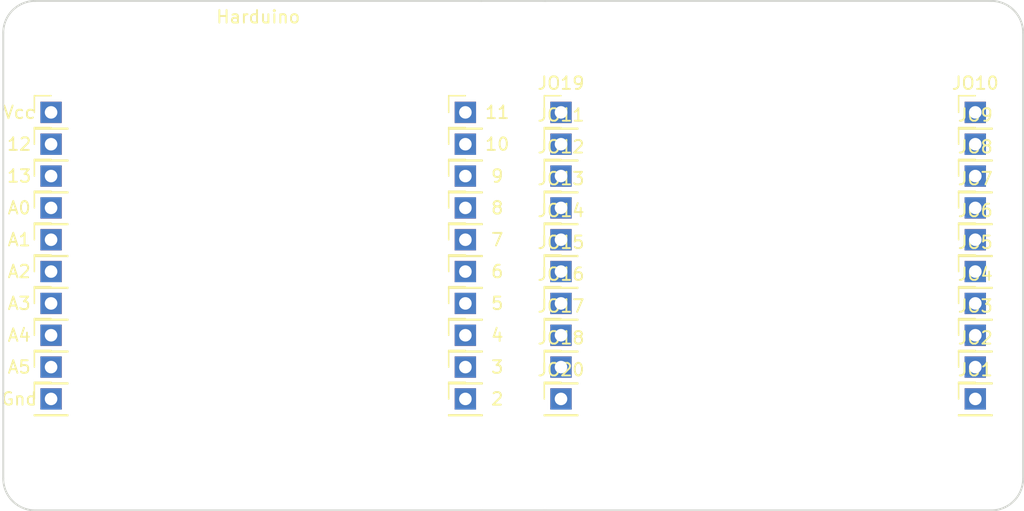
<source format=kicad_pcb>
(kicad_pcb (version 20171130) (host pcbnew "(5.1.4)-1")

  (general
    (thickness 1.6)
    (drawings 33)
    (tracks 0)
    (zones 0)
    (modules 48)
    (nets 21)
  )

  (page A4)
  (layers
    (0 F.Cu signal)
    (31 B.Cu signal)
    (32 B.Adhes user)
    (33 F.Adhes user)
    (34 B.Paste user)
    (35 F.Paste user)
    (36 B.SilkS user)
    (37 F.SilkS user)
    (38 B.Mask user)
    (39 F.Mask user)
    (40 Dwgs.User user)
    (41 Cmts.User user)
    (42 Eco1.User user)
    (43 Eco2.User user)
    (44 Edge.Cuts user)
    (45 Margin user)
    (46 B.CrtYd user)
    (47 F.CrtYd user)
    (48 B.Fab user)
    (49 F.Fab user)
  )

  (setup
    (last_trace_width 0.25)
    (trace_clearance 0.2)
    (zone_clearance 0.508)
    (zone_45_only no)
    (trace_min 0.2)
    (via_size 0.8)
    (via_drill 0.4)
    (via_min_size 0.4)
    (via_min_drill 0.3)
    (uvia_size 0.3)
    (uvia_drill 0.1)
    (uvias_allowed no)
    (uvia_min_size 0.2)
    (uvia_min_drill 0.1)
    (edge_width 0.05)
    (segment_width 0.2)
    (pcb_text_width 0.3)
    (pcb_text_size 1.5 1.5)
    (mod_edge_width 0.12)
    (mod_text_size 1 1)
    (mod_text_width 0.15)
    (pad_size 1.524 1.524)
    (pad_drill 0.762)
    (pad_to_mask_clearance 0.051)
    (solder_mask_min_width 0.25)
    (aux_axis_origin 0 0)
    (visible_elements 7FFFFFFF)
    (pcbplotparams
      (layerselection 0x010fc_ffffffff)
      (usegerberextensions false)
      (usegerberattributes false)
      (usegerberadvancedattributes false)
      (creategerberjobfile false)
      (excludeedgelayer true)
      (linewidth 0.100000)
      (plotframeref false)
      (viasonmask false)
      (mode 1)
      (useauxorigin false)
      (hpglpennumber 1)
      (hpglpenspeed 20)
      (hpglpendiameter 15.000000)
      (psnegative false)
      (psa4output false)
      (plotreference true)
      (plotvalue true)
      (plotinvisibletext false)
      (padsonsilk false)
      (subtractmaskfromsilk false)
      (outputformat 1)
      (mirror false)
      (drillshape 1)
      (scaleselection 1)
      (outputdirectory ""))
  )

  (net 0 "")
  (net 1 "Net-(J1-Pad1)")
  (net 2 "Net-(J2-Pad1)")
  (net 3 "Net-(J3-Pad1)")
  (net 4 "Net-(J4-Pad1)")
  (net 5 "Net-(J5-Pad1)")
  (net 6 "Net-(J6-Pad1)")
  (net 7 "Net-(J7-Pad1)")
  (net 8 "Net-(J8-Pad1)")
  (net 9 "Net-(J9-Pad1)")
  (net 10 "Net-(J10-Pad1)")
  (net 11 "Net-(J11-Pad1)")
  (net 12 "Net-(J12-Pad1)")
  (net 13 "Net-(J13-Pad1)")
  (net 14 "Net-(J14-Pad1)")
  (net 15 "Net-(J15-Pad1)")
  (net 16 "Net-(J16-Pad1)")
  (net 17 "Net-(J17-Pad1)")
  (net 18 "Net-(J18-Pad1)")
  (net 19 "Net-(J19-Pad1)")
  (net 20 "Net-(J20-Pad1)")

  (net_class Default "Это класс цепей по умолчанию."
    (clearance 0.2)
    (trace_width 0.25)
    (via_dia 0.8)
    (via_drill 0.4)
    (uvia_dia 0.3)
    (uvia_drill 0.1)
    (add_net "Net-(J1-Pad1)")
    (add_net "Net-(J10-Pad1)")
    (add_net "Net-(J11-Pad1)")
    (add_net "Net-(J12-Pad1)")
    (add_net "Net-(J13-Pad1)")
    (add_net "Net-(J14-Pad1)")
    (add_net "Net-(J15-Pad1)")
    (add_net "Net-(J16-Pad1)")
    (add_net "Net-(J17-Pad1)")
    (add_net "Net-(J18-Pad1)")
    (add_net "Net-(J19-Pad1)")
    (add_net "Net-(J2-Pad1)")
    (add_net "Net-(J20-Pad1)")
    (add_net "Net-(J3-Pad1)")
    (add_net "Net-(J4-Pad1)")
    (add_net "Net-(J5-Pad1)")
    (add_net "Net-(J6-Pad1)")
    (add_net "Net-(J7-Pad1)")
    (add_net "Net-(J8-Pad1)")
    (add_net "Net-(J9-Pad1)")
  )

  (module MountingHole:MountingHole_3.2mm_M3 (layer F.Cu) (tedit 56D1B4CB) (tstamp 5D8B49DA)
    (at 125.73 54.61)
    (descr "Mounting Hole 3.2mm, no annular, M3")
    (tags "mounting hole 3.2mm no annular m3")
    (path /5D793224)
    (attr virtual)
    (fp_text reference H3 (at 3.81 -3.81) (layer F.SilkS) hide
      (effects (font (size 1 1) (thickness 0.15)))
    )
    (fp_text value MountingHole (at -2.54 -5.08) (layer F.Fab) hide
      (effects (font (size 1 1) (thickness 0.15)))
    )
    (fp_circle (center 0 0) (end 3.45 0) (layer F.CrtYd) (width 0.05))
    (fp_circle (center 0 0) (end 3.2 0) (layer Cmts.User) (width 0.15))
    (fp_text user %R (at 0.3 0) (layer F.Fab)
      (effects (font (size 1 1) (thickness 0.15)))
    )
    (pad 1 np_thru_hole circle (at 0 0) (size 3.2 3.2) (drill 3.2) (layers *.Cu *.Mask))
  )

  (module MountingHole:MountingHole_3.2mm_M3 (layer F.Cu) (tedit 56D1B4CB) (tstamp 5D8B49D3)
    (at 125.73 87.63)
    (descr "Mounting Hole 3.2mm, no annular, M3")
    (tags "mounting hole 3.2mm no annular m3")
    (path /5D7932CC)
    (attr virtual)
    (fp_text reference H4 (at 3.81 3.81) (layer F.SilkS) hide
      (effects (font (size 1 1) (thickness 0.15)))
    )
    (fp_text value MountingHole (at -5.08 5.08) (layer F.Fab) hide
      (effects (font (size 1 1) (thickness 0.15)))
    )
    (fp_text user %R (at 0 0) (layer F.Fab)
      (effects (font (size 1 1) (thickness 0.15)))
    )
    (fp_circle (center 0 0) (end 3.2 0) (layer Cmts.User) (width 0.15))
    (fp_circle (center 0 0) (end 3.45 0) (layer F.CrtYd) (width 0.05))
    (pad 1 np_thru_hole circle (at 0 0) (size 3.2 3.2) (drill 3.2) (layers *.Cu *.Mask))
  )

  (module MountingHole:MountingHole_3.2mm_M3 (layer F.Cu) (tedit 56D1B4CB) (tstamp 5D8B49BE)
    (at 133.35 87.63)
    (descr "Mounting Hole 3.2mm, no annular, M3")
    (tags "mounting hole 3.2mm no annular m3")
    (path /5D7932CC)
    (attr virtual)
    (fp_text reference H4 (at 3.81 3.81) (layer F.SilkS) hide
      (effects (font (size 1 1) (thickness 0.15)))
    )
    (fp_text value MountingHole (at -5.08 5.08) (layer F.Fab) hide
      (effects (font (size 1 1) (thickness 0.15)))
    )
    (fp_circle (center 0 0) (end 3.45 0) (layer F.CrtYd) (width 0.05))
    (fp_circle (center 0 0) (end 3.2 0) (layer Cmts.User) (width 0.15))
    (fp_text user %R (at 0 0) (layer F.Fab)
      (effects (font (size 1 1) (thickness 0.15)))
    )
    (pad 1 np_thru_hole circle (at 0 0) (size 3.2 3.2) (drill 3.2) (layers *.Cu *.Mask))
  )

  (module MountingHole:MountingHole_3.2mm_M3 (layer F.Cu) (tedit 56D1B4CB) (tstamp 5D8B49B7)
    (at 133.35 54.61)
    (descr "Mounting Hole 3.2mm, no annular, M3")
    (tags "mounting hole 3.2mm no annular m3")
    (path /5D793224)
    (attr virtual)
    (fp_text reference H3 (at 3.81 -3.81) (layer F.SilkS) hide
      (effects (font (size 1 1) (thickness 0.15)))
    )
    (fp_text value MountingHole (at -2.54 -5.08) (layer F.Fab) hide
      (effects (font (size 1 1) (thickness 0.15)))
    )
    (fp_text user %R (at 0.3 0) (layer F.Fab)
      (effects (font (size 1 1) (thickness 0.15)))
    )
    (fp_circle (center 0 0) (end 3.2 0) (layer Cmts.User) (width 0.15))
    (fp_circle (center 0 0) (end 3.45 0) (layer F.CrtYd) (width 0.05))
    (pad 1 np_thru_hole circle (at 0 0) (size 3.2 3.2) (drill 3.2) (layers *.Cu *.Mask))
  )

  (module MountingHole:MountingHole_3.2mm_M3 (layer F.Cu) (tedit 56D1B4CB) (tstamp 5D79781E)
    (at 92.71 54.61)
    (descr "Mounting Hole 3.2mm, no annular, M3")
    (tags "mounting hole 3.2mm no annular m3")
    (path /5D791BF4)
    (attr virtual)
    (fp_text reference H1 (at -3.81 -4.2) (layer F.SilkS) hide
      (effects (font (size 1 1) (thickness 0.15)))
    )
    (fp_text value MountingHole (at 2.54 -5.08) (layer F.Fab) hide
      (effects (font (size 1 1) (thickness 0.15)))
    )
    (fp_circle (center 0 0) (end 3.45 0) (layer F.CrtYd) (width 0.05))
    (fp_circle (center 0 0) (end 3.2 0) (layer Cmts.User) (width 0.15))
    (fp_text user %R (at 0.3 0) (layer F.Fab)
      (effects (font (size 1 1) (thickness 0.15)))
    )
    (pad 1 np_thru_hole circle (at 0 0) (size 3.2 3.2) (drill 3.2) (layers *.Cu *.Mask))
  )

  (module MountingHole:MountingHole_3.2mm_M3 (layer F.Cu) (tedit 56D1B4CB) (tstamp 5D797826)
    (at 92.71 87.63)
    (descr "Mounting Hole 3.2mm, no annular, M3")
    (tags "mounting hole 3.2mm no annular m3")
    (path /5D793188)
    (attr virtual)
    (fp_text reference H2 (at -3.81 3.81) (layer F.SilkS) hide
      (effects (font (size 1 1) (thickness 0.15)))
    )
    (fp_text value MountingHole (at 3.81 5.08) (layer F.Fab) hide
      (effects (font (size 1 1) (thickness 0.15)))
    )
    (fp_text user %R (at 0.3 0) (layer F.Fab)
      (effects (font (size 1 1) (thickness 0.15)))
    )
    (fp_circle (center 0 0) (end 3.2 0) (layer Cmts.User) (width 0.15))
    (fp_circle (center 0 0) (end 3.45 0) (layer F.CrtYd) (width 0.05))
    (pad 1 np_thru_hole circle (at 0 0) (size 3.2 3.2) (drill 3.2) (layers *.Cu *.Mask))
  )

  (module MountingHole:MountingHole_3.2mm_M3 (layer F.Cu) (tedit 56D1B4CB) (tstamp 5D79782E)
    (at 166.37 54.61)
    (descr "Mounting Hole 3.2mm, no annular, M3")
    (tags "mounting hole 3.2mm no annular m3")
    (path /5D793224)
    (attr virtual)
    (fp_text reference H3 (at 3.81 -3.81) (layer F.SilkS) hide
      (effects (font (size 1 1) (thickness 0.15)))
    )
    (fp_text value MountingHole (at -2.54 -5.08) (layer F.Fab) hide
      (effects (font (size 1 1) (thickness 0.15)))
    )
    (fp_circle (center 0 0) (end 3.45 0) (layer F.CrtYd) (width 0.05))
    (fp_circle (center 0 0) (end 3.2 0) (layer Cmts.User) (width 0.15))
    (fp_text user %R (at 0.3 0) (layer F.Fab)
      (effects (font (size 1 1) (thickness 0.15)))
    )
    (pad 1 np_thru_hole circle (at 0 0) (size 3.2 3.2) (drill 3.2) (layers *.Cu *.Mask))
  )

  (module MountingHole:MountingHole_3.2mm_M3 (layer F.Cu) (tedit 56D1B4CB) (tstamp 5D797836)
    (at 166.37 87.63)
    (descr "Mounting Hole 3.2mm, no annular, M3")
    (tags "mounting hole 3.2mm no annular m3")
    (path /5D7932CC)
    (attr virtual)
    (fp_text reference H4 (at 3.81 3.81) (layer F.SilkS) hide
      (effects (font (size 1 1) (thickness 0.15)))
    )
    (fp_text value MountingHole (at -5.08 5.08) (layer F.Fab) hide
      (effects (font (size 1 1) (thickness 0.15)))
    )
    (fp_text user %R (at 0 0) (layer F.Fab)
      (effects (font (size 1 1) (thickness 0.15)))
    )
    (fp_circle (center 0 0) (end 3.2 0) (layer Cmts.User) (width 0.15))
    (fp_circle (center 0 0) (end 3.45 0) (layer F.CrtYd) (width 0.05))
    (pad 1 np_thru_hole circle (at 0 0) (size 3.2 3.2) (drill 3.2) (layers *.Cu *.Mask))
  )

  (module Connector_PinHeader_2.54mm:PinHeader_1x01_P2.54mm_Vertical (layer F.Cu) (tedit 59FED5CC) (tstamp 5D79784B)
    (at 125.73 82.55)
    (descr "Through hole straight pin header, 1x01, 2.54mm pitch, single row")
    (tags "Through hole pin header THT 1x01 2.54mm single row")
    (path /5D793457)
    (fp_text reference J1 (at -2.54 0) (layer F.SilkS) hide
      (effects (font (size 1 1) (thickness 0.15)))
    )
    (fp_text value 2 (at 2.54 0) (layer F.Fab)
      (effects (font (size 1 1) (thickness 0.15)))
    )
    (fp_text user %R (at 0 0 90) (layer F.Fab)
      (effects (font (size 1 1) (thickness 0.15)))
    )
    (fp_line (start 1.8 -1.8) (end -1.8 -1.8) (layer F.CrtYd) (width 0.05))
    (fp_line (start 1.8 1.8) (end 1.8 -1.8) (layer F.CrtYd) (width 0.05))
    (fp_line (start -1.8 1.8) (end 1.8 1.8) (layer F.CrtYd) (width 0.05))
    (fp_line (start -1.8 -1.8) (end -1.8 1.8) (layer F.CrtYd) (width 0.05))
    (fp_line (start -1.33 -1.33) (end 0 -1.33) (layer F.SilkS) (width 0.12))
    (fp_line (start -1.33 0) (end -1.33 -1.33) (layer F.SilkS) (width 0.12))
    (fp_line (start -1.33 1.27) (end 1.33 1.27) (layer F.SilkS) (width 0.12))
    (fp_line (start 1.33 1.27) (end 1.33 1.33) (layer F.SilkS) (width 0.12))
    (fp_line (start -1.33 1.27) (end -1.33 1.33) (layer F.SilkS) (width 0.12))
    (fp_line (start -1.33 1.33) (end 1.33 1.33) (layer F.SilkS) (width 0.12))
    (fp_line (start -1.27 -0.635) (end -0.635 -1.27) (layer F.Fab) (width 0.1))
    (fp_line (start -1.27 1.27) (end -1.27 -0.635) (layer F.Fab) (width 0.1))
    (fp_line (start 1.27 1.27) (end -1.27 1.27) (layer F.Fab) (width 0.1))
    (fp_line (start 1.27 -1.27) (end 1.27 1.27) (layer F.Fab) (width 0.1))
    (fp_line (start -0.635 -1.27) (end 1.27 -1.27) (layer F.Fab) (width 0.1))
    (pad 1 thru_hole rect (at 0 0) (size 1.7 1.7) (drill 1) (layers *.Cu *.Mask)
      (net 1 "Net-(J1-Pad1)"))
    (model ${KISYS3DMOD}/Connector_PinHeader_2.54mm.3dshapes/PinHeader_1x01_P2.54mm_Vertical.wrl
      (at (xyz 0 0 0))
      (scale (xyz 1 1 1))
      (rotate (xyz 0 0 0))
    )
  )

  (module Connector_PinHeader_2.54mm:PinHeader_1x01_P2.54mm_Vertical (layer F.Cu) (tedit 59FED5CC) (tstamp 5D797860)
    (at 125.73 80.01)
    (descr "Through hole straight pin header, 1x01, 2.54mm pitch, single row")
    (tags "Through hole pin header THT 1x01 2.54mm single row")
    (path /5D794940)
    (fp_text reference J2 (at -2.54 0) (layer F.SilkS) hide
      (effects (font (size 1 1) (thickness 0.15)))
    )
    (fp_text value 3 (at 2.54 0) (layer F.Fab)
      (effects (font (size 1 1) (thickness 0.15)))
    )
    (fp_line (start -0.635 -1.27) (end 1.27 -1.27) (layer F.Fab) (width 0.1))
    (fp_line (start 1.27 -1.27) (end 1.27 1.27) (layer F.Fab) (width 0.1))
    (fp_line (start 1.27 1.27) (end -1.27 1.27) (layer F.Fab) (width 0.1))
    (fp_line (start -1.27 1.27) (end -1.27 -0.635) (layer F.Fab) (width 0.1))
    (fp_line (start -1.27 -0.635) (end -0.635 -1.27) (layer F.Fab) (width 0.1))
    (fp_line (start -1.33 1.33) (end 1.33 1.33) (layer F.SilkS) (width 0.12))
    (fp_line (start -1.33 1.27) (end -1.33 1.33) (layer F.SilkS) (width 0.12))
    (fp_line (start 1.33 1.27) (end 1.33 1.33) (layer F.SilkS) (width 0.12))
    (fp_line (start -1.33 1.27) (end 1.33 1.27) (layer F.SilkS) (width 0.12))
    (fp_line (start -1.33 0) (end -1.33 -1.33) (layer F.SilkS) (width 0.12))
    (fp_line (start -1.33 -1.33) (end 0 -1.33) (layer F.SilkS) (width 0.12))
    (fp_line (start -1.8 -1.8) (end -1.8 1.8) (layer F.CrtYd) (width 0.05))
    (fp_line (start -1.8 1.8) (end 1.8 1.8) (layer F.CrtYd) (width 0.05))
    (fp_line (start 1.8 1.8) (end 1.8 -1.8) (layer F.CrtYd) (width 0.05))
    (fp_line (start 1.8 -1.8) (end -1.8 -1.8) (layer F.CrtYd) (width 0.05))
    (fp_text user %R (at 0 0 90) (layer F.Fab)
      (effects (font (size 1 1) (thickness 0.15)))
    )
    (pad 1 thru_hole rect (at 0 0) (size 1.7 1.7) (drill 1) (layers *.Cu *.Mask)
      (net 2 "Net-(J2-Pad1)"))
    (model ${KISYS3DMOD}/Connector_PinHeader_2.54mm.3dshapes/PinHeader_1x01_P2.54mm_Vertical.wrl
      (at (xyz 0 0 0))
      (scale (xyz 1 1 1))
      (rotate (xyz 0 0 0))
    )
  )

  (module Connector_PinHeader_2.54mm:PinHeader_1x01_P2.54mm_Vertical (layer F.Cu) (tedit 59FED5CC) (tstamp 5D797875)
    (at 125.73 77.47)
    (descr "Through hole straight pin header, 1x01, 2.54mm pitch, single row")
    (tags "Through hole pin header THT 1x01 2.54mm single row")
    (path /5D794B32)
    (fp_text reference J3 (at -2.54 0) (layer F.SilkS) hide
      (effects (font (size 1 1) (thickness 0.15)))
    )
    (fp_text value 4 (at 2.54 0) (layer F.Fab)
      (effects (font (size 1 1) (thickness 0.15)))
    )
    (fp_text user %R (at 0 0 90) (layer F.Fab)
      (effects (font (size 1 1) (thickness 0.15)))
    )
    (fp_line (start 1.8 -1.8) (end -1.8 -1.8) (layer F.CrtYd) (width 0.05))
    (fp_line (start 1.8 1.8) (end 1.8 -1.8) (layer F.CrtYd) (width 0.05))
    (fp_line (start -1.8 1.8) (end 1.8 1.8) (layer F.CrtYd) (width 0.05))
    (fp_line (start -1.8 -1.8) (end -1.8 1.8) (layer F.CrtYd) (width 0.05))
    (fp_line (start -1.33 -1.33) (end 0 -1.33) (layer F.SilkS) (width 0.12))
    (fp_line (start -1.33 0) (end -1.33 -1.33) (layer F.SilkS) (width 0.12))
    (fp_line (start -1.33 1.27) (end 1.33 1.27) (layer F.SilkS) (width 0.12))
    (fp_line (start 1.33 1.27) (end 1.33 1.33) (layer F.SilkS) (width 0.12))
    (fp_line (start -1.33 1.27) (end -1.33 1.33) (layer F.SilkS) (width 0.12))
    (fp_line (start -1.33 1.33) (end 1.33 1.33) (layer F.SilkS) (width 0.12))
    (fp_line (start -1.27 -0.635) (end -0.635 -1.27) (layer F.Fab) (width 0.1))
    (fp_line (start -1.27 1.27) (end -1.27 -0.635) (layer F.Fab) (width 0.1))
    (fp_line (start 1.27 1.27) (end -1.27 1.27) (layer F.Fab) (width 0.1))
    (fp_line (start 1.27 -1.27) (end 1.27 1.27) (layer F.Fab) (width 0.1))
    (fp_line (start -0.635 -1.27) (end 1.27 -1.27) (layer F.Fab) (width 0.1))
    (pad 1 thru_hole rect (at 0 0) (size 1.7 1.7) (drill 1) (layers *.Cu *.Mask)
      (net 3 "Net-(J3-Pad1)"))
    (model ${KISYS3DMOD}/Connector_PinHeader_2.54mm.3dshapes/PinHeader_1x01_P2.54mm_Vertical.wrl
      (at (xyz 0 0 0))
      (scale (xyz 1 1 1))
      (rotate (xyz 0 0 0))
    )
  )

  (module Connector_PinHeader_2.54mm:PinHeader_1x01_P2.54mm_Vertical (layer F.Cu) (tedit 59FED5CC) (tstamp 5D79788A)
    (at 125.73 74.93)
    (descr "Through hole straight pin header, 1x01, 2.54mm pitch, single row")
    (tags "Through hole pin header THT 1x01 2.54mm single row")
    (path /5D794C66)
    (fp_text reference J4 (at -2.54 0) (layer F.SilkS) hide
      (effects (font (size 1 1) (thickness 0.15)))
    )
    (fp_text value 5 (at 2.54 0) (layer F.Fab)
      (effects (font (size 1 1) (thickness 0.15)))
    )
    (fp_line (start -0.635 -1.27) (end 1.27 -1.27) (layer F.Fab) (width 0.1))
    (fp_line (start 1.27 -1.27) (end 1.27 1.27) (layer F.Fab) (width 0.1))
    (fp_line (start 1.27 1.27) (end -1.27 1.27) (layer F.Fab) (width 0.1))
    (fp_line (start -1.27 1.27) (end -1.27 -0.635) (layer F.Fab) (width 0.1))
    (fp_line (start -1.27 -0.635) (end -0.635 -1.27) (layer F.Fab) (width 0.1))
    (fp_line (start -1.33 1.33) (end 1.33 1.33) (layer F.SilkS) (width 0.12))
    (fp_line (start -1.33 1.27) (end -1.33 1.33) (layer F.SilkS) (width 0.12))
    (fp_line (start 1.33 1.27) (end 1.33 1.33) (layer F.SilkS) (width 0.12))
    (fp_line (start -1.33 1.27) (end 1.33 1.27) (layer F.SilkS) (width 0.12))
    (fp_line (start -1.33 0) (end -1.33 -1.33) (layer F.SilkS) (width 0.12))
    (fp_line (start -1.33 -1.33) (end 0 -1.33) (layer F.SilkS) (width 0.12))
    (fp_line (start -1.8 -1.8) (end -1.8 1.8) (layer F.CrtYd) (width 0.05))
    (fp_line (start -1.8 1.8) (end 1.8 1.8) (layer F.CrtYd) (width 0.05))
    (fp_line (start 1.8 1.8) (end 1.8 -1.8) (layer F.CrtYd) (width 0.05))
    (fp_line (start 1.8 -1.8) (end -1.8 -1.8) (layer F.CrtYd) (width 0.05))
    (fp_text user %R (at 0 0 90) (layer F.Fab)
      (effects (font (size 1 1) (thickness 0.15)))
    )
    (pad 1 thru_hole rect (at 0 0) (size 1.7 1.7) (drill 1) (layers *.Cu *.Mask)
      (net 4 "Net-(J4-Pad1)"))
    (model ${KISYS3DMOD}/Connector_PinHeader_2.54mm.3dshapes/PinHeader_1x01_P2.54mm_Vertical.wrl
      (at (xyz 0 0 0))
      (scale (xyz 1 1 1))
      (rotate (xyz 0 0 0))
    )
  )

  (module Connector_PinHeader_2.54mm:PinHeader_1x01_P2.54mm_Vertical (layer F.Cu) (tedit 59FED5CC) (tstamp 5D79789F)
    (at 125.73 72.39)
    (descr "Through hole straight pin header, 1x01, 2.54mm pitch, single row")
    (tags "Through hole pin header THT 1x01 2.54mm single row")
    (path /5D794EF4)
    (fp_text reference J5 (at -2.54 0) (layer F.SilkS) hide
      (effects (font (size 1 1) (thickness 0.15)))
    )
    (fp_text value 6 (at 2.54 0) (layer F.Fab)
      (effects (font (size 1 1) (thickness 0.15)))
    )
    (fp_text user %R (at 0 0 90) (layer F.Fab)
      (effects (font (size 1 1) (thickness 0.15)))
    )
    (fp_line (start 1.8 -1.8) (end -1.8 -1.8) (layer F.CrtYd) (width 0.05))
    (fp_line (start 1.8 1.8) (end 1.8 -1.8) (layer F.CrtYd) (width 0.05))
    (fp_line (start -1.8 1.8) (end 1.8 1.8) (layer F.CrtYd) (width 0.05))
    (fp_line (start -1.8 -1.8) (end -1.8 1.8) (layer F.CrtYd) (width 0.05))
    (fp_line (start -1.33 -1.33) (end 0 -1.33) (layer F.SilkS) (width 0.12))
    (fp_line (start -1.33 0) (end -1.33 -1.33) (layer F.SilkS) (width 0.12))
    (fp_line (start -1.33 1.27) (end 1.33 1.27) (layer F.SilkS) (width 0.12))
    (fp_line (start 1.33 1.27) (end 1.33 1.33) (layer F.SilkS) (width 0.12))
    (fp_line (start -1.33 1.27) (end -1.33 1.33) (layer F.SilkS) (width 0.12))
    (fp_line (start -1.33 1.33) (end 1.33 1.33) (layer F.SilkS) (width 0.12))
    (fp_line (start -1.27 -0.635) (end -0.635 -1.27) (layer F.Fab) (width 0.1))
    (fp_line (start -1.27 1.27) (end -1.27 -0.635) (layer F.Fab) (width 0.1))
    (fp_line (start 1.27 1.27) (end -1.27 1.27) (layer F.Fab) (width 0.1))
    (fp_line (start 1.27 -1.27) (end 1.27 1.27) (layer F.Fab) (width 0.1))
    (fp_line (start -0.635 -1.27) (end 1.27 -1.27) (layer F.Fab) (width 0.1))
    (pad 1 thru_hole rect (at 0 0) (size 1.7 1.7) (drill 1) (layers *.Cu *.Mask)
      (net 5 "Net-(J5-Pad1)"))
    (model ${KISYS3DMOD}/Connector_PinHeader_2.54mm.3dshapes/PinHeader_1x01_P2.54mm_Vertical.wrl
      (at (xyz 0 0 0))
      (scale (xyz 1 1 1))
      (rotate (xyz 0 0 0))
    )
  )

  (module Connector_PinHeader_2.54mm:PinHeader_1x01_P2.54mm_Vertical (layer F.Cu) (tedit 59FED5CC) (tstamp 5D7978B4)
    (at 125.73 69.85)
    (descr "Through hole straight pin header, 1x01, 2.54mm pitch, single row")
    (tags "Through hole pin header THT 1x01 2.54mm single row")
    (path /5D795168)
    (fp_text reference J6 (at -2.54 0) (layer F.SilkS) hide
      (effects (font (size 1 1) (thickness 0.15)))
    )
    (fp_text value 7 (at 2.54 0) (layer F.Fab)
      (effects (font (size 1 1) (thickness 0.15)))
    )
    (fp_line (start -0.635 -1.27) (end 1.27 -1.27) (layer F.Fab) (width 0.1))
    (fp_line (start 1.27 -1.27) (end 1.27 1.27) (layer F.Fab) (width 0.1))
    (fp_line (start 1.27 1.27) (end -1.27 1.27) (layer F.Fab) (width 0.1))
    (fp_line (start -1.27 1.27) (end -1.27 -0.635) (layer F.Fab) (width 0.1))
    (fp_line (start -1.27 -0.635) (end -0.635 -1.27) (layer F.Fab) (width 0.1))
    (fp_line (start -1.33 1.33) (end 1.33 1.33) (layer F.SilkS) (width 0.12))
    (fp_line (start -1.33 1.27) (end -1.33 1.33) (layer F.SilkS) (width 0.12))
    (fp_line (start 1.33 1.27) (end 1.33 1.33) (layer F.SilkS) (width 0.12))
    (fp_line (start -1.33 1.27) (end 1.33 1.27) (layer F.SilkS) (width 0.12))
    (fp_line (start -1.33 0) (end -1.33 -1.33) (layer F.SilkS) (width 0.12))
    (fp_line (start -1.33 -1.33) (end 0 -1.33) (layer F.SilkS) (width 0.12))
    (fp_line (start -1.8 -1.8) (end -1.8 1.8) (layer F.CrtYd) (width 0.05))
    (fp_line (start -1.8 1.8) (end 1.8 1.8) (layer F.CrtYd) (width 0.05))
    (fp_line (start 1.8 1.8) (end 1.8 -1.8) (layer F.CrtYd) (width 0.05))
    (fp_line (start 1.8 -1.8) (end -1.8 -1.8) (layer F.CrtYd) (width 0.05))
    (fp_text user %R (at 0 0 90) (layer F.Fab)
      (effects (font (size 1 1) (thickness 0.15)))
    )
    (pad 1 thru_hole rect (at 0 0) (size 1.7 1.7) (drill 1) (layers *.Cu *.Mask)
      (net 6 "Net-(J6-Pad1)"))
    (model ${KISYS3DMOD}/Connector_PinHeader_2.54mm.3dshapes/PinHeader_1x01_P2.54mm_Vertical.wrl
      (at (xyz 0 0 0))
      (scale (xyz 1 1 1))
      (rotate (xyz 0 0 0))
    )
  )

  (module Connector_PinHeader_2.54mm:PinHeader_1x01_P2.54mm_Vertical (layer F.Cu) (tedit 59FED5CC) (tstamp 5D7978C9)
    (at 125.73 67.31)
    (descr "Through hole straight pin header, 1x01, 2.54mm pitch, single row")
    (tags "Through hole pin header THT 1x01 2.54mm single row")
    (path /5D795340)
    (fp_text reference J7 (at -2.54 0) (layer F.SilkS) hide
      (effects (font (size 1 1) (thickness 0.15)))
    )
    (fp_text value 8 (at 2.54 0) (layer F.Fab)
      (effects (font (size 1 1) (thickness 0.15)))
    )
    (fp_text user %R (at 0 0 90) (layer F.Fab)
      (effects (font (size 1 1) (thickness 0.15)))
    )
    (fp_line (start 1.8 -1.8) (end -1.8 -1.8) (layer F.CrtYd) (width 0.05))
    (fp_line (start 1.8 1.8) (end 1.8 -1.8) (layer F.CrtYd) (width 0.05))
    (fp_line (start -1.8 1.8) (end 1.8 1.8) (layer F.CrtYd) (width 0.05))
    (fp_line (start -1.8 -1.8) (end -1.8 1.8) (layer F.CrtYd) (width 0.05))
    (fp_line (start -1.33 -1.33) (end 0 -1.33) (layer F.SilkS) (width 0.12))
    (fp_line (start -1.33 0) (end -1.33 -1.33) (layer F.SilkS) (width 0.12))
    (fp_line (start -1.33 1.27) (end 1.33 1.27) (layer F.SilkS) (width 0.12))
    (fp_line (start 1.33 1.27) (end 1.33 1.33) (layer F.SilkS) (width 0.12))
    (fp_line (start -1.33 1.27) (end -1.33 1.33) (layer F.SilkS) (width 0.12))
    (fp_line (start -1.33 1.33) (end 1.33 1.33) (layer F.SilkS) (width 0.12))
    (fp_line (start -1.27 -0.635) (end -0.635 -1.27) (layer F.Fab) (width 0.1))
    (fp_line (start -1.27 1.27) (end -1.27 -0.635) (layer F.Fab) (width 0.1))
    (fp_line (start 1.27 1.27) (end -1.27 1.27) (layer F.Fab) (width 0.1))
    (fp_line (start 1.27 -1.27) (end 1.27 1.27) (layer F.Fab) (width 0.1))
    (fp_line (start -0.635 -1.27) (end 1.27 -1.27) (layer F.Fab) (width 0.1))
    (pad 1 thru_hole rect (at 0 0) (size 1.7 1.7) (drill 1) (layers *.Cu *.Mask)
      (net 7 "Net-(J7-Pad1)"))
    (model ${KISYS3DMOD}/Connector_PinHeader_2.54mm.3dshapes/PinHeader_1x01_P2.54mm_Vertical.wrl
      (at (xyz 0 0 0))
      (scale (xyz 1 1 1))
      (rotate (xyz 0 0 0))
    )
  )

  (module Connector_PinHeader_2.54mm:PinHeader_1x01_P2.54mm_Vertical (layer F.Cu) (tedit 59FED5CC) (tstamp 5D7978DE)
    (at 125.73 64.77)
    (descr "Through hole straight pin header, 1x01, 2.54mm pitch, single row")
    (tags "Through hole pin header THT 1x01 2.54mm single row")
    (path /5D7955DE)
    (fp_text reference J8 (at -2.54 0) (layer F.SilkS) hide
      (effects (font (size 1 1) (thickness 0.15)))
    )
    (fp_text value 9 (at 2.54 0) (layer F.Fab)
      (effects (font (size 1 1) (thickness 0.15)))
    )
    (fp_line (start -0.635 -1.27) (end 1.27 -1.27) (layer F.Fab) (width 0.1))
    (fp_line (start 1.27 -1.27) (end 1.27 1.27) (layer F.Fab) (width 0.1))
    (fp_line (start 1.27 1.27) (end -1.27 1.27) (layer F.Fab) (width 0.1))
    (fp_line (start -1.27 1.27) (end -1.27 -0.635) (layer F.Fab) (width 0.1))
    (fp_line (start -1.27 -0.635) (end -0.635 -1.27) (layer F.Fab) (width 0.1))
    (fp_line (start -1.33 1.33) (end 1.33 1.33) (layer F.SilkS) (width 0.12))
    (fp_line (start -1.33 1.27) (end -1.33 1.33) (layer F.SilkS) (width 0.12))
    (fp_line (start 1.33 1.27) (end 1.33 1.33) (layer F.SilkS) (width 0.12))
    (fp_line (start -1.33 1.27) (end 1.33 1.27) (layer F.SilkS) (width 0.12))
    (fp_line (start -1.33 0) (end -1.33 -1.33) (layer F.SilkS) (width 0.12))
    (fp_line (start -1.33 -1.33) (end 0 -1.33) (layer F.SilkS) (width 0.12))
    (fp_line (start -1.8 -1.8) (end -1.8 1.8) (layer F.CrtYd) (width 0.05))
    (fp_line (start -1.8 1.8) (end 1.8 1.8) (layer F.CrtYd) (width 0.05))
    (fp_line (start 1.8 1.8) (end 1.8 -1.8) (layer F.CrtYd) (width 0.05))
    (fp_line (start 1.8 -1.8) (end -1.8 -1.8) (layer F.CrtYd) (width 0.05))
    (fp_text user %R (at 0 0 90) (layer F.Fab)
      (effects (font (size 1 1) (thickness 0.15)))
    )
    (pad 1 thru_hole rect (at 0 0) (size 1.7 1.7) (drill 1) (layers *.Cu *.Mask)
      (net 8 "Net-(J8-Pad1)"))
    (model ${KISYS3DMOD}/Connector_PinHeader_2.54mm.3dshapes/PinHeader_1x01_P2.54mm_Vertical.wrl
      (at (xyz 0 0 0))
      (scale (xyz 1 1 1))
      (rotate (xyz 0 0 0))
    )
  )

  (module Connector_PinHeader_2.54mm:PinHeader_1x01_P2.54mm_Vertical (layer F.Cu) (tedit 59FED5CC) (tstamp 5D7978F3)
    (at 125.73 62.23)
    (descr "Through hole straight pin header, 1x01, 2.54mm pitch, single row")
    (tags "Through hole pin header THT 1x01 2.54mm single row")
    (path /5D7957DA)
    (fp_text reference J9 (at -2.54 0) (layer F.SilkS) hide
      (effects (font (size 1 1) (thickness 0.15)))
    )
    (fp_text value 10 (at 2.54 0) (layer F.Fab)
      (effects (font (size 1 1) (thickness 0.15)))
    )
    (fp_text user %R (at 0 0 90) (layer F.Fab)
      (effects (font (size 1 1) (thickness 0.15)))
    )
    (fp_line (start 1.8 -1.8) (end -1.8 -1.8) (layer F.CrtYd) (width 0.05))
    (fp_line (start 1.8 1.8) (end 1.8 -1.8) (layer F.CrtYd) (width 0.05))
    (fp_line (start -1.8 1.8) (end 1.8 1.8) (layer F.CrtYd) (width 0.05))
    (fp_line (start -1.8 -1.8) (end -1.8 1.8) (layer F.CrtYd) (width 0.05))
    (fp_line (start -1.33 -1.33) (end 0 -1.33) (layer F.SilkS) (width 0.12))
    (fp_line (start -1.33 0) (end -1.33 -1.33) (layer F.SilkS) (width 0.12))
    (fp_line (start -1.33 1.27) (end 1.33 1.27) (layer F.SilkS) (width 0.12))
    (fp_line (start 1.33 1.27) (end 1.33 1.33) (layer F.SilkS) (width 0.12))
    (fp_line (start -1.33 1.27) (end -1.33 1.33) (layer F.SilkS) (width 0.12))
    (fp_line (start -1.33 1.33) (end 1.33 1.33) (layer F.SilkS) (width 0.12))
    (fp_line (start -1.27 -0.635) (end -0.635 -1.27) (layer F.Fab) (width 0.1))
    (fp_line (start -1.27 1.27) (end -1.27 -0.635) (layer F.Fab) (width 0.1))
    (fp_line (start 1.27 1.27) (end -1.27 1.27) (layer F.Fab) (width 0.1))
    (fp_line (start 1.27 -1.27) (end 1.27 1.27) (layer F.Fab) (width 0.1))
    (fp_line (start -0.635 -1.27) (end 1.27 -1.27) (layer F.Fab) (width 0.1))
    (pad 1 thru_hole rect (at 0 0) (size 1.7 1.7) (drill 1) (layers *.Cu *.Mask)
      (net 9 "Net-(J9-Pad1)"))
    (model ${KISYS3DMOD}/Connector_PinHeader_2.54mm.3dshapes/PinHeader_1x01_P2.54mm_Vertical.wrl
      (at (xyz 0 0 0))
      (scale (xyz 1 1 1))
      (rotate (xyz 0 0 0))
    )
  )

  (module Connector_PinHeader_2.54mm:PinHeader_1x01_P2.54mm_Vertical (layer F.Cu) (tedit 59FED5CC) (tstamp 5D797908)
    (at 125.73 59.69)
    (descr "Through hole straight pin header, 1x01, 2.54mm pitch, single row")
    (tags "Through hole pin header THT 1x01 2.54mm single row")
    (path /5D795810)
    (fp_text reference J10 (at -2.54 0) (layer F.SilkS) hide
      (effects (font (size 1 1) (thickness 0.15)))
    )
    (fp_text value 11 (at 2.54 0) (layer F.Fab)
      (effects (font (size 1 1) (thickness 0.15)))
    )
    (fp_line (start -0.635 -1.27) (end 1.27 -1.27) (layer F.Fab) (width 0.1))
    (fp_line (start 1.27 -1.27) (end 1.27 1.27) (layer F.Fab) (width 0.1))
    (fp_line (start 1.27 1.27) (end -1.27 1.27) (layer F.Fab) (width 0.1))
    (fp_line (start -1.27 1.27) (end -1.27 -0.635) (layer F.Fab) (width 0.1))
    (fp_line (start -1.27 -0.635) (end -0.635 -1.27) (layer F.Fab) (width 0.1))
    (fp_line (start -1.33 1.33) (end 1.33 1.33) (layer F.SilkS) (width 0.12))
    (fp_line (start -1.33 1.27) (end -1.33 1.33) (layer F.SilkS) (width 0.12))
    (fp_line (start 1.33 1.27) (end 1.33 1.33) (layer F.SilkS) (width 0.12))
    (fp_line (start -1.33 1.27) (end 1.33 1.27) (layer F.SilkS) (width 0.12))
    (fp_line (start -1.33 0) (end -1.33 -1.33) (layer F.SilkS) (width 0.12))
    (fp_line (start -1.33 -1.33) (end 0 -1.33) (layer F.SilkS) (width 0.12))
    (fp_line (start -1.8 -1.8) (end -1.8 1.8) (layer F.CrtYd) (width 0.05))
    (fp_line (start -1.8 1.8) (end 1.8 1.8) (layer F.CrtYd) (width 0.05))
    (fp_line (start 1.8 1.8) (end 1.8 -1.8) (layer F.CrtYd) (width 0.05))
    (fp_line (start 1.8 -1.8) (end -1.8 -1.8) (layer F.CrtYd) (width 0.05))
    (fp_text user %R (at 0 0 90) (layer F.Fab)
      (effects (font (size 1 1) (thickness 0.15)))
    )
    (pad 1 thru_hole rect (at 0 0) (size 1.7 1.7) (drill 1) (layers *.Cu *.Mask)
      (net 10 "Net-(J10-Pad1)"))
    (model ${KISYS3DMOD}/Connector_PinHeader_2.54mm.3dshapes/PinHeader_1x01_P2.54mm_Vertical.wrl
      (at (xyz 0 0 0))
      (scale (xyz 1 1 1))
      (rotate (xyz 0 0 0))
    )
  )

  (module Connector_PinHeader_2.54mm:PinHeader_1x01_P2.54mm_Vertical (layer F.Cu) (tedit 59FED5CC) (tstamp 5D79791D)
    (at 92.71 62.23)
    (descr "Through hole straight pin header, 1x01, 2.54mm pitch, single row")
    (tags "Through hole pin header THT 1x01 2.54mm single row")
    (path /5D7959D6)
    (fp_text reference J11 (at 3.175 0) (layer F.SilkS) hide
      (effects (font (size 1 1) (thickness 0.15)))
    )
    (fp_text value 12 (at -2.54 0) (layer F.Fab)
      (effects (font (size 1 1) (thickness 0.15)))
    )
    (fp_text user %R (at 0 0 90) (layer F.Fab)
      (effects (font (size 1 1) (thickness 0.15)))
    )
    (fp_line (start 1.8 -1.8) (end -1.8 -1.8) (layer F.CrtYd) (width 0.05))
    (fp_line (start 1.8 1.8) (end 1.8 -1.8) (layer F.CrtYd) (width 0.05))
    (fp_line (start -1.8 1.8) (end 1.8 1.8) (layer F.CrtYd) (width 0.05))
    (fp_line (start -1.8 -1.8) (end -1.8 1.8) (layer F.CrtYd) (width 0.05))
    (fp_line (start -1.33 -1.33) (end 0 -1.33) (layer F.SilkS) (width 0.12))
    (fp_line (start -1.33 0) (end -1.33 -1.33) (layer F.SilkS) (width 0.12))
    (fp_line (start -1.33 1.27) (end 1.33 1.27) (layer F.SilkS) (width 0.12))
    (fp_line (start 1.33 1.27) (end 1.33 1.33) (layer F.SilkS) (width 0.12))
    (fp_line (start -1.33 1.27) (end -1.33 1.33) (layer F.SilkS) (width 0.12))
    (fp_line (start -1.33 1.33) (end 1.33 1.33) (layer F.SilkS) (width 0.12))
    (fp_line (start -1.27 -0.635) (end -0.635 -1.27) (layer F.Fab) (width 0.1))
    (fp_line (start -1.27 1.27) (end -1.27 -0.635) (layer F.Fab) (width 0.1))
    (fp_line (start 1.27 1.27) (end -1.27 1.27) (layer F.Fab) (width 0.1))
    (fp_line (start 1.27 -1.27) (end 1.27 1.27) (layer F.Fab) (width 0.1))
    (fp_line (start -0.635 -1.27) (end 1.27 -1.27) (layer F.Fab) (width 0.1))
    (pad 1 thru_hole rect (at 0 0) (size 1.7 1.7) (drill 1) (layers *.Cu *.Mask)
      (net 11 "Net-(J11-Pad1)"))
    (model ${KISYS3DMOD}/Connector_PinHeader_2.54mm.3dshapes/PinHeader_1x01_P2.54mm_Vertical.wrl
      (at (xyz 0 0 0))
      (scale (xyz 1 1 1))
      (rotate (xyz 0 0 0))
    )
  )

  (module Connector_PinHeader_2.54mm:PinHeader_1x01_P2.54mm_Vertical (layer F.Cu) (tedit 59FED5CC) (tstamp 5D797932)
    (at 92.71 64.77)
    (descr "Through hole straight pin header, 1x01, 2.54mm pitch, single row")
    (tags "Through hole pin header THT 1x01 2.54mm single row")
    (path /5D79744D)
    (fp_text reference J12 (at 3.175 0) (layer F.SilkS) hide
      (effects (font (size 1 1) (thickness 0.15)))
    )
    (fp_text value 13 (at -2.54 0) (layer F.Fab)
      (effects (font (size 1 1) (thickness 0.15)))
    )
    (fp_line (start -0.635 -1.27) (end 1.27 -1.27) (layer F.Fab) (width 0.1))
    (fp_line (start 1.27 -1.27) (end 1.27 1.27) (layer F.Fab) (width 0.1))
    (fp_line (start 1.27 1.27) (end -1.27 1.27) (layer F.Fab) (width 0.1))
    (fp_line (start -1.27 1.27) (end -1.27 -0.635) (layer F.Fab) (width 0.1))
    (fp_line (start -1.27 -0.635) (end -0.635 -1.27) (layer F.Fab) (width 0.1))
    (fp_line (start -1.33 1.33) (end 1.33 1.33) (layer F.SilkS) (width 0.12))
    (fp_line (start -1.33 1.27) (end -1.33 1.33) (layer F.SilkS) (width 0.12))
    (fp_line (start 1.33 1.27) (end 1.33 1.33) (layer F.SilkS) (width 0.12))
    (fp_line (start -1.33 1.27) (end 1.33 1.27) (layer F.SilkS) (width 0.12))
    (fp_line (start -1.33 0) (end -1.33 -1.33) (layer F.SilkS) (width 0.12))
    (fp_line (start -1.33 -1.33) (end 0 -1.33) (layer F.SilkS) (width 0.12))
    (fp_line (start -1.8 -1.8) (end -1.8 1.8) (layer F.CrtYd) (width 0.05))
    (fp_line (start -1.8 1.8) (end 1.8 1.8) (layer F.CrtYd) (width 0.05))
    (fp_line (start 1.8 1.8) (end 1.8 -1.8) (layer F.CrtYd) (width 0.05))
    (fp_line (start 1.8 -1.8) (end -1.8 -1.8) (layer F.CrtYd) (width 0.05))
    (fp_text user %R (at 0 0 90) (layer F.Fab)
      (effects (font (size 1 1) (thickness 0.15)))
    )
    (pad 1 thru_hole rect (at 0 0) (size 1.7 1.7) (drill 1) (layers *.Cu *.Mask)
      (net 12 "Net-(J12-Pad1)"))
    (model ${KISYS3DMOD}/Connector_PinHeader_2.54mm.3dshapes/PinHeader_1x01_P2.54mm_Vertical.wrl
      (at (xyz 0 0 0))
      (scale (xyz 1 1 1))
      (rotate (xyz 0 0 0))
    )
  )

  (module Connector_PinHeader_2.54mm:PinHeader_1x01_P2.54mm_Vertical (layer F.Cu) (tedit 59FED5CC) (tstamp 5D797947)
    (at 92.71 67.31)
    (descr "Through hole straight pin header, 1x01, 2.54mm pitch, single row")
    (tags "Through hole pin header THT 1x01 2.54mm single row")
    (path /5D795BCF)
    (fp_text reference J13 (at 3.175 0) (layer F.SilkS) hide
      (effects (font (size 1 1) (thickness 0.15)))
    )
    (fp_text value A0 (at -2.54 0) (layer F.Fab)
      (effects (font (size 1 1) (thickness 0.15)))
    )
    (fp_line (start -0.635 -1.27) (end 1.27 -1.27) (layer F.Fab) (width 0.1))
    (fp_line (start 1.27 -1.27) (end 1.27 1.27) (layer F.Fab) (width 0.1))
    (fp_line (start 1.27 1.27) (end -1.27 1.27) (layer F.Fab) (width 0.1))
    (fp_line (start -1.27 1.27) (end -1.27 -0.635) (layer F.Fab) (width 0.1))
    (fp_line (start -1.27 -0.635) (end -0.635 -1.27) (layer F.Fab) (width 0.1))
    (fp_line (start -1.33 1.33) (end 1.33 1.33) (layer F.SilkS) (width 0.12))
    (fp_line (start -1.33 1.27) (end -1.33 1.33) (layer F.SilkS) (width 0.12))
    (fp_line (start 1.33 1.27) (end 1.33 1.33) (layer F.SilkS) (width 0.12))
    (fp_line (start -1.33 1.27) (end 1.33 1.27) (layer F.SilkS) (width 0.12))
    (fp_line (start -1.33 0) (end -1.33 -1.33) (layer F.SilkS) (width 0.12))
    (fp_line (start -1.33 -1.33) (end 0 -1.33) (layer F.SilkS) (width 0.12))
    (fp_line (start -1.8 -1.8) (end -1.8 1.8) (layer F.CrtYd) (width 0.05))
    (fp_line (start -1.8 1.8) (end 1.8 1.8) (layer F.CrtYd) (width 0.05))
    (fp_line (start 1.8 1.8) (end 1.8 -1.8) (layer F.CrtYd) (width 0.05))
    (fp_line (start 1.8 -1.8) (end -1.8 -1.8) (layer F.CrtYd) (width 0.05))
    (fp_text user %R (at 0 0 90) (layer F.Fab)
      (effects (font (size 1 1) (thickness 0.15)))
    )
    (pad 1 thru_hole rect (at 0 0) (size 1.7 1.7) (drill 1) (layers *.Cu *.Mask)
      (net 13 "Net-(J13-Pad1)"))
    (model ${KISYS3DMOD}/Connector_PinHeader_2.54mm.3dshapes/PinHeader_1x01_P2.54mm_Vertical.wrl
      (at (xyz 0 0 0))
      (scale (xyz 1 1 1))
      (rotate (xyz 0 0 0))
    )
  )

  (module Connector_PinHeader_2.54mm:PinHeader_1x01_P2.54mm_Vertical (layer F.Cu) (tedit 59FED5CC) (tstamp 5D79795C)
    (at 92.71 69.85)
    (descr "Through hole straight pin header, 1x01, 2.54mm pitch, single row")
    (tags "Through hole pin header THT 1x01 2.54mm single row")
    (path /5D7961B8)
    (fp_text reference J14 (at 3.175 0) (layer F.SilkS) hide
      (effects (font (size 1 1) (thickness 0.15)))
    )
    (fp_text value A1 (at -2.54 0) (layer F.Fab)
      (effects (font (size 1 1) (thickness 0.15)))
    )
    (fp_text user %R (at 0 0 90) (layer F.Fab)
      (effects (font (size 1 1) (thickness 0.15)))
    )
    (fp_line (start 1.8 -1.8) (end -1.8 -1.8) (layer F.CrtYd) (width 0.05))
    (fp_line (start 1.8 1.8) (end 1.8 -1.8) (layer F.CrtYd) (width 0.05))
    (fp_line (start -1.8 1.8) (end 1.8 1.8) (layer F.CrtYd) (width 0.05))
    (fp_line (start -1.8 -1.8) (end -1.8 1.8) (layer F.CrtYd) (width 0.05))
    (fp_line (start -1.33 -1.33) (end 0 -1.33) (layer F.SilkS) (width 0.12))
    (fp_line (start -1.33 0) (end -1.33 -1.33) (layer F.SilkS) (width 0.12))
    (fp_line (start -1.33 1.27) (end 1.33 1.27) (layer F.SilkS) (width 0.12))
    (fp_line (start 1.33 1.27) (end 1.33 1.33) (layer F.SilkS) (width 0.12))
    (fp_line (start -1.33 1.27) (end -1.33 1.33) (layer F.SilkS) (width 0.12))
    (fp_line (start -1.33 1.33) (end 1.33 1.33) (layer F.SilkS) (width 0.12))
    (fp_line (start -1.27 -0.635) (end -0.635 -1.27) (layer F.Fab) (width 0.1))
    (fp_line (start -1.27 1.27) (end -1.27 -0.635) (layer F.Fab) (width 0.1))
    (fp_line (start 1.27 1.27) (end -1.27 1.27) (layer F.Fab) (width 0.1))
    (fp_line (start 1.27 -1.27) (end 1.27 1.27) (layer F.Fab) (width 0.1))
    (fp_line (start -0.635 -1.27) (end 1.27 -1.27) (layer F.Fab) (width 0.1))
    (pad 1 thru_hole rect (at 0 0) (size 1.7 1.7) (drill 1) (layers *.Cu *.Mask)
      (net 14 "Net-(J14-Pad1)"))
    (model ${KISYS3DMOD}/Connector_PinHeader_2.54mm.3dshapes/PinHeader_1x01_P2.54mm_Vertical.wrl
      (at (xyz 0 0 0))
      (scale (xyz 1 1 1))
      (rotate (xyz 0 0 0))
    )
  )

  (module Connector_PinHeader_2.54mm:PinHeader_1x01_P2.54mm_Vertical (layer F.Cu) (tedit 59FED5CC) (tstamp 5D797971)
    (at 92.71 72.39)
    (descr "Through hole straight pin header, 1x01, 2.54mm pitch, single row")
    (tags "Through hole pin header THT 1x01 2.54mm single row")
    (path /5D7963EC)
    (fp_text reference J15 (at 3.175 0) (layer F.SilkS) hide
      (effects (font (size 1 1) (thickness 0.15)))
    )
    (fp_text value A2 (at -2.54 0) (layer F.Fab)
      (effects (font (size 1 1) (thickness 0.15)))
    )
    (fp_line (start -0.635 -1.27) (end 1.27 -1.27) (layer F.Fab) (width 0.1))
    (fp_line (start 1.27 -1.27) (end 1.27 1.27) (layer F.Fab) (width 0.1))
    (fp_line (start 1.27 1.27) (end -1.27 1.27) (layer F.Fab) (width 0.1))
    (fp_line (start -1.27 1.27) (end -1.27 -0.635) (layer F.Fab) (width 0.1))
    (fp_line (start -1.27 -0.635) (end -0.635 -1.27) (layer F.Fab) (width 0.1))
    (fp_line (start -1.33 1.33) (end 1.33 1.33) (layer F.SilkS) (width 0.12))
    (fp_line (start -1.33 1.27) (end -1.33 1.33) (layer F.SilkS) (width 0.12))
    (fp_line (start 1.33 1.27) (end 1.33 1.33) (layer F.SilkS) (width 0.12))
    (fp_line (start -1.33 1.27) (end 1.33 1.27) (layer F.SilkS) (width 0.12))
    (fp_line (start -1.33 0) (end -1.33 -1.33) (layer F.SilkS) (width 0.12))
    (fp_line (start -1.33 -1.33) (end 0 -1.33) (layer F.SilkS) (width 0.12))
    (fp_line (start -1.8 -1.8) (end -1.8 1.8) (layer F.CrtYd) (width 0.05))
    (fp_line (start -1.8 1.8) (end 1.8 1.8) (layer F.CrtYd) (width 0.05))
    (fp_line (start 1.8 1.8) (end 1.8 -1.8) (layer F.CrtYd) (width 0.05))
    (fp_line (start 1.8 -1.8) (end -1.8 -1.8) (layer F.CrtYd) (width 0.05))
    (fp_text user %R (at 0 0 90) (layer F.Fab)
      (effects (font (size 1 1) (thickness 0.15)))
    )
    (pad 1 thru_hole rect (at 0 0) (size 1.7 1.7) (drill 1) (layers *.Cu *.Mask)
      (net 15 "Net-(J15-Pad1)"))
    (model ${KISYS3DMOD}/Connector_PinHeader_2.54mm.3dshapes/PinHeader_1x01_P2.54mm_Vertical.wrl
      (at (xyz 0 0 0))
      (scale (xyz 1 1 1))
      (rotate (xyz 0 0 0))
    )
  )

  (module Connector_PinHeader_2.54mm:PinHeader_1x01_P2.54mm_Vertical (layer F.Cu) (tedit 59FED5CC) (tstamp 5D797986)
    (at 92.71 74.93)
    (descr "Through hole straight pin header, 1x01, 2.54mm pitch, single row")
    (tags "Through hole pin header THT 1x01 2.54mm single row")
    (path /5D7965E2)
    (fp_text reference J16 (at 3.175 0) (layer F.SilkS) hide
      (effects (font (size 1 1) (thickness 0.15)))
    )
    (fp_text value A3 (at -2.54 0) (layer F.Fab)
      (effects (font (size 1 1) (thickness 0.15)))
    )
    (fp_text user %R (at 0 0 90) (layer F.Fab)
      (effects (font (size 1 1) (thickness 0.15)))
    )
    (fp_line (start 1.8 -1.8) (end -1.8 -1.8) (layer F.CrtYd) (width 0.05))
    (fp_line (start 1.8 1.8) (end 1.8 -1.8) (layer F.CrtYd) (width 0.05))
    (fp_line (start -1.8 1.8) (end 1.8 1.8) (layer F.CrtYd) (width 0.05))
    (fp_line (start -1.8 -1.8) (end -1.8 1.8) (layer F.CrtYd) (width 0.05))
    (fp_line (start -1.33 -1.33) (end 0 -1.33) (layer F.SilkS) (width 0.12))
    (fp_line (start -1.33 0) (end -1.33 -1.33) (layer F.SilkS) (width 0.12))
    (fp_line (start -1.33 1.27) (end 1.33 1.27) (layer F.SilkS) (width 0.12))
    (fp_line (start 1.33 1.27) (end 1.33 1.33) (layer F.SilkS) (width 0.12))
    (fp_line (start -1.33 1.27) (end -1.33 1.33) (layer F.SilkS) (width 0.12))
    (fp_line (start -1.33 1.33) (end 1.33 1.33) (layer F.SilkS) (width 0.12))
    (fp_line (start -1.27 -0.635) (end -0.635 -1.27) (layer F.Fab) (width 0.1))
    (fp_line (start -1.27 1.27) (end -1.27 -0.635) (layer F.Fab) (width 0.1))
    (fp_line (start 1.27 1.27) (end -1.27 1.27) (layer F.Fab) (width 0.1))
    (fp_line (start 1.27 -1.27) (end 1.27 1.27) (layer F.Fab) (width 0.1))
    (fp_line (start -0.635 -1.27) (end 1.27 -1.27) (layer F.Fab) (width 0.1))
    (pad 1 thru_hole rect (at 0 0) (size 1.7 1.7) (drill 1) (layers *.Cu *.Mask)
      (net 16 "Net-(J16-Pad1)"))
    (model ${KISYS3DMOD}/Connector_PinHeader_2.54mm.3dshapes/PinHeader_1x01_P2.54mm_Vertical.wrl
      (at (xyz 0 0 0))
      (scale (xyz 1 1 1))
      (rotate (xyz 0 0 0))
    )
  )

  (module Connector_PinHeader_2.54mm:PinHeader_1x01_P2.54mm_Vertical (layer F.Cu) (tedit 59FED5CC) (tstamp 5D79799B)
    (at 92.71 77.47)
    (descr "Through hole straight pin header, 1x01, 2.54mm pitch, single row")
    (tags "Through hole pin header THT 1x01 2.54mm single row")
    (path /5D796826)
    (fp_text reference J17 (at 3.175 0) (layer F.SilkS) hide
      (effects (font (size 1 1) (thickness 0.15)))
    )
    (fp_text value A4 (at -2.54 0) (layer F.Fab)
      (effects (font (size 1 1) (thickness 0.15)))
    )
    (fp_line (start -0.635 -1.27) (end 1.27 -1.27) (layer F.Fab) (width 0.1))
    (fp_line (start 1.27 -1.27) (end 1.27 1.27) (layer F.Fab) (width 0.1))
    (fp_line (start 1.27 1.27) (end -1.27 1.27) (layer F.Fab) (width 0.1))
    (fp_line (start -1.27 1.27) (end -1.27 -0.635) (layer F.Fab) (width 0.1))
    (fp_line (start -1.27 -0.635) (end -0.635 -1.27) (layer F.Fab) (width 0.1))
    (fp_line (start -1.33 1.33) (end 1.33 1.33) (layer F.SilkS) (width 0.12))
    (fp_line (start -1.33 1.27) (end -1.33 1.33) (layer F.SilkS) (width 0.12))
    (fp_line (start 1.33 1.27) (end 1.33 1.33) (layer F.SilkS) (width 0.12))
    (fp_line (start -1.33 1.27) (end 1.33 1.27) (layer F.SilkS) (width 0.12))
    (fp_line (start -1.33 0) (end -1.33 -1.33) (layer F.SilkS) (width 0.12))
    (fp_line (start -1.33 -1.33) (end 0 -1.33) (layer F.SilkS) (width 0.12))
    (fp_line (start -1.8 -1.8) (end -1.8 1.8) (layer F.CrtYd) (width 0.05))
    (fp_line (start -1.8 1.8) (end 1.8 1.8) (layer F.CrtYd) (width 0.05))
    (fp_line (start 1.8 1.8) (end 1.8 -1.8) (layer F.CrtYd) (width 0.05))
    (fp_line (start 1.8 -1.8) (end -1.8 -1.8) (layer F.CrtYd) (width 0.05))
    (fp_text user %R (at 0 0 90) (layer F.Fab)
      (effects (font (size 1 1) (thickness 0.15)))
    )
    (pad 1 thru_hole rect (at 0 0) (size 1.7 1.7) (drill 1) (layers *.Cu *.Mask)
      (net 17 "Net-(J17-Pad1)"))
    (model ${KISYS3DMOD}/Connector_PinHeader_2.54mm.3dshapes/PinHeader_1x01_P2.54mm_Vertical.wrl
      (at (xyz 0 0 0))
      (scale (xyz 1 1 1))
      (rotate (xyz 0 0 0))
    )
  )

  (module Connector_PinHeader_2.54mm:PinHeader_1x01_P2.54mm_Vertical (layer F.Cu) (tedit 59FED5CC) (tstamp 5D7979B0)
    (at 92.71 80.01)
    (descr "Through hole straight pin header, 1x01, 2.54mm pitch, single row")
    (tags "Through hole pin header THT 1x01 2.54mm single row")
    (path /5D796A8E)
    (fp_text reference J18 (at 3.175 0) (layer F.SilkS) hide
      (effects (font (size 1 1) (thickness 0.15)))
    )
    (fp_text value A5 (at -2.54 0) (layer F.Fab)
      (effects (font (size 1 1) (thickness 0.15)))
    )
    (fp_text user %R (at 0 0 90) (layer F.Fab)
      (effects (font (size 1 1) (thickness 0.15)))
    )
    (fp_line (start 1.8 -1.8) (end -1.8 -1.8) (layer F.CrtYd) (width 0.05))
    (fp_line (start 1.8 1.8) (end 1.8 -1.8) (layer F.CrtYd) (width 0.05))
    (fp_line (start -1.8 1.8) (end 1.8 1.8) (layer F.CrtYd) (width 0.05))
    (fp_line (start -1.8 -1.8) (end -1.8 1.8) (layer F.CrtYd) (width 0.05))
    (fp_line (start -1.33 -1.33) (end 0 -1.33) (layer F.SilkS) (width 0.12))
    (fp_line (start -1.33 0) (end -1.33 -1.33) (layer F.SilkS) (width 0.12))
    (fp_line (start -1.33 1.27) (end 1.33 1.27) (layer F.SilkS) (width 0.12))
    (fp_line (start 1.33 1.27) (end 1.33 1.33) (layer F.SilkS) (width 0.12))
    (fp_line (start -1.33 1.27) (end -1.33 1.33) (layer F.SilkS) (width 0.12))
    (fp_line (start -1.33 1.33) (end 1.33 1.33) (layer F.SilkS) (width 0.12))
    (fp_line (start -1.27 -0.635) (end -0.635 -1.27) (layer F.Fab) (width 0.1))
    (fp_line (start -1.27 1.27) (end -1.27 -0.635) (layer F.Fab) (width 0.1))
    (fp_line (start 1.27 1.27) (end -1.27 1.27) (layer F.Fab) (width 0.1))
    (fp_line (start 1.27 -1.27) (end 1.27 1.27) (layer F.Fab) (width 0.1))
    (fp_line (start -0.635 -1.27) (end 1.27 -1.27) (layer F.Fab) (width 0.1))
    (pad 1 thru_hole rect (at 0 0) (size 1.7 1.7) (drill 1) (layers *.Cu *.Mask)
      (net 18 "Net-(J18-Pad1)"))
    (model ${KISYS3DMOD}/Connector_PinHeader_2.54mm.3dshapes/PinHeader_1x01_P2.54mm_Vertical.wrl
      (at (xyz 0 0 0))
      (scale (xyz 1 1 1))
      (rotate (xyz 0 0 0))
    )
  )

  (module Connector_PinHeader_2.54mm:PinHeader_1x01_P2.54mm_Vertical (layer F.Cu) (tedit 59FED5CC) (tstamp 5D7979C5)
    (at 92.71 59.69)
    (descr "Through hole straight pin header, 1x01, 2.54mm pitch, single row")
    (tags "Through hole pin header THT 1x01 2.54mm single row")
    (path /5D796E8E)
    (fp_text reference J19 (at 3.175 0) (layer F.SilkS) hide
      (effects (font (size 1 1) (thickness 0.15)))
    )
    (fp_text value Vcc (at -2.54 0) (layer F.Fab)
      (effects (font (size 1 1) (thickness 0.15)))
    )
    (fp_line (start -0.635 -1.27) (end 1.27 -1.27) (layer F.Fab) (width 0.1))
    (fp_line (start 1.27 -1.27) (end 1.27 1.27) (layer F.Fab) (width 0.1))
    (fp_line (start 1.27 1.27) (end -1.27 1.27) (layer F.Fab) (width 0.1))
    (fp_line (start -1.27 1.27) (end -1.27 -0.635) (layer F.Fab) (width 0.1))
    (fp_line (start -1.27 -0.635) (end -0.635 -1.27) (layer F.Fab) (width 0.1))
    (fp_line (start -1.33 1.33) (end 1.33 1.33) (layer F.SilkS) (width 0.12))
    (fp_line (start -1.33 1.27) (end -1.33 1.33) (layer F.SilkS) (width 0.12))
    (fp_line (start 1.33 1.27) (end 1.33 1.33) (layer F.SilkS) (width 0.12))
    (fp_line (start -1.33 1.27) (end 1.33 1.27) (layer F.SilkS) (width 0.12))
    (fp_line (start -1.33 0) (end -1.33 -1.33) (layer F.SilkS) (width 0.12))
    (fp_line (start -1.33 -1.33) (end 0 -1.33) (layer F.SilkS) (width 0.12))
    (fp_line (start -1.8 -1.8) (end -1.8 1.8) (layer F.CrtYd) (width 0.05))
    (fp_line (start -1.8 1.8) (end 1.8 1.8) (layer F.CrtYd) (width 0.05))
    (fp_line (start 1.8 1.8) (end 1.8 -1.8) (layer F.CrtYd) (width 0.05))
    (fp_line (start 1.8 -1.8) (end -1.8 -1.8) (layer F.CrtYd) (width 0.05))
    (fp_text user %R (at 0 0 90) (layer F.Fab)
      (effects (font (size 1 1) (thickness 0.15)))
    )
    (pad 1 thru_hole rect (at 0 0) (size 1.7 1.7) (drill 1) (layers *.Cu *.Mask)
      (net 19 "Net-(J19-Pad1)"))
    (model ${KISYS3DMOD}/Connector_PinHeader_2.54mm.3dshapes/PinHeader_1x01_P2.54mm_Vertical.wrl
      (at (xyz 0 0 0))
      (scale (xyz 1 1 1))
      (rotate (xyz 0 0 0))
    )
  )

  (module Connector_PinHeader_2.54mm:PinHeader_1x01_P2.54mm_Vertical (layer F.Cu) (tedit 59FED5CC) (tstamp 5D7979DA)
    (at 92.71 82.55)
    (descr "Through hole straight pin header, 1x01, 2.54mm pitch, single row")
    (tags "Through hole pin header THT 1x01 2.54mm single row")
    (path /5D796F9E)
    (fp_text reference J20 (at 3.175 0) (layer F.SilkS) hide
      (effects (font (size 1 1) (thickness 0.15)))
    )
    (fp_text value Gnd (at -2.54 0) (layer F.Fab)
      (effects (font (size 1 1) (thickness 0.15)))
    )
    (fp_text user %R (at 0 0 90) (layer F.Fab)
      (effects (font (size 1 1) (thickness 0.15)))
    )
    (fp_line (start 1.8 -1.8) (end -1.8 -1.8) (layer F.CrtYd) (width 0.05))
    (fp_line (start 1.8 1.8) (end 1.8 -1.8) (layer F.CrtYd) (width 0.05))
    (fp_line (start -1.8 1.8) (end 1.8 1.8) (layer F.CrtYd) (width 0.05))
    (fp_line (start -1.8 -1.8) (end -1.8 1.8) (layer F.CrtYd) (width 0.05))
    (fp_line (start -1.33 -1.33) (end 0 -1.33) (layer F.SilkS) (width 0.12))
    (fp_line (start -1.33 0) (end -1.33 -1.33) (layer F.SilkS) (width 0.12))
    (fp_line (start -1.33 1.27) (end 1.33 1.27) (layer F.SilkS) (width 0.12))
    (fp_line (start 1.33 1.27) (end 1.33 1.33) (layer F.SilkS) (width 0.12))
    (fp_line (start -1.33 1.27) (end -1.33 1.33) (layer F.SilkS) (width 0.12))
    (fp_line (start -1.33 1.33) (end 1.33 1.33) (layer F.SilkS) (width 0.12))
    (fp_line (start -1.27 -0.635) (end -0.635 -1.27) (layer F.Fab) (width 0.1))
    (fp_line (start -1.27 1.27) (end -1.27 -0.635) (layer F.Fab) (width 0.1))
    (fp_line (start 1.27 1.27) (end -1.27 1.27) (layer F.Fab) (width 0.1))
    (fp_line (start 1.27 -1.27) (end 1.27 1.27) (layer F.Fab) (width 0.1))
    (fp_line (start -0.635 -1.27) (end 1.27 -1.27) (layer F.Fab) (width 0.1))
    (pad 1 thru_hole rect (at 0 0) (size 1.7 1.7) (drill 1) (layers *.Cu *.Mask)
      (net 20 "Net-(J20-Pad1)"))
    (model ${KISYS3DMOD}/Connector_PinHeader_2.54mm.3dshapes/PinHeader_1x01_P2.54mm_Vertical.wrl
      (at (xyz 0 0 0))
      (scale (xyz 1 1 1))
      (rotate (xyz 0 0 0))
    )
  )

  (module Connector_PinHeader_2.54mm:PinHeader_1x01_P2.54mm_Vertical (layer F.Cu) (tedit 59FED5CC) (tstamp 5D8B75C1)
    (at 166.37 82.55)
    (descr "Through hole straight pin header, 1x01, 2.54mm pitch, single row")
    (tags "Through hole pin header THT 1x01 2.54mm single row")
    (path /5D8B2AFA)
    (fp_text reference JO1 (at 0 -2.33) (layer F.SilkS)
      (effects (font (size 1 1) (thickness 0.15)))
    )
    (fp_text value 2 (at 0 2.33) (layer F.Fab)
      (effects (font (size 1 1) (thickness 0.15)))
    )
    (fp_line (start -0.635 -1.27) (end 1.27 -1.27) (layer F.Fab) (width 0.1))
    (fp_line (start 1.27 -1.27) (end 1.27 1.27) (layer F.Fab) (width 0.1))
    (fp_line (start 1.27 1.27) (end -1.27 1.27) (layer F.Fab) (width 0.1))
    (fp_line (start -1.27 1.27) (end -1.27 -0.635) (layer F.Fab) (width 0.1))
    (fp_line (start -1.27 -0.635) (end -0.635 -1.27) (layer F.Fab) (width 0.1))
    (fp_line (start -1.33 1.33) (end 1.33 1.33) (layer F.SilkS) (width 0.12))
    (fp_line (start -1.33 1.27) (end -1.33 1.33) (layer F.SilkS) (width 0.12))
    (fp_line (start 1.33 1.27) (end 1.33 1.33) (layer F.SilkS) (width 0.12))
    (fp_line (start -1.33 1.27) (end 1.33 1.27) (layer F.SilkS) (width 0.12))
    (fp_line (start -1.33 0) (end -1.33 -1.33) (layer F.SilkS) (width 0.12))
    (fp_line (start -1.33 -1.33) (end 0 -1.33) (layer F.SilkS) (width 0.12))
    (fp_line (start -1.8 -1.8) (end -1.8 1.8) (layer F.CrtYd) (width 0.05))
    (fp_line (start -1.8 1.8) (end 1.8 1.8) (layer F.CrtYd) (width 0.05))
    (fp_line (start 1.8 1.8) (end 1.8 -1.8) (layer F.CrtYd) (width 0.05))
    (fp_line (start 1.8 -1.8) (end -1.8 -1.8) (layer F.CrtYd) (width 0.05))
    (fp_text user %R (at 0 0 90) (layer F.Fab)
      (effects (font (size 1 1) (thickness 0.15)))
    )
    (pad 1 thru_hole rect (at 0 0) (size 1.7 1.7) (drill 1) (layers *.Cu *.Mask)
      (net 1 "Net-(J1-Pad1)"))
    (model ${KISYS3DMOD}/Connector_PinHeader_2.54mm.3dshapes/PinHeader_1x01_P2.54mm_Vertical.wrl
      (at (xyz 0 0 0))
      (scale (xyz 1 1 1))
      (rotate (xyz 0 0 0))
    )
  )

  (module Connector_PinHeader_2.54mm:PinHeader_1x01_P2.54mm_Vertical (layer F.Cu) (tedit 59FED5CC) (tstamp 5D8B75D6)
    (at 166.37 80.01)
    (descr "Through hole straight pin header, 1x01, 2.54mm pitch, single row")
    (tags "Through hole pin header THT 1x01 2.54mm single row")
    (path /5D8B3661)
    (fp_text reference JO2 (at 0 -2.33) (layer F.SilkS)
      (effects (font (size 1 1) (thickness 0.15)))
    )
    (fp_text value 3 (at 0 2.33) (layer F.Fab)
      (effects (font (size 1 1) (thickness 0.15)))
    )
    (fp_line (start -0.635 -1.27) (end 1.27 -1.27) (layer F.Fab) (width 0.1))
    (fp_line (start 1.27 -1.27) (end 1.27 1.27) (layer F.Fab) (width 0.1))
    (fp_line (start 1.27 1.27) (end -1.27 1.27) (layer F.Fab) (width 0.1))
    (fp_line (start -1.27 1.27) (end -1.27 -0.635) (layer F.Fab) (width 0.1))
    (fp_line (start -1.27 -0.635) (end -0.635 -1.27) (layer F.Fab) (width 0.1))
    (fp_line (start -1.33 1.33) (end 1.33 1.33) (layer F.SilkS) (width 0.12))
    (fp_line (start -1.33 1.27) (end -1.33 1.33) (layer F.SilkS) (width 0.12))
    (fp_line (start 1.33 1.27) (end 1.33 1.33) (layer F.SilkS) (width 0.12))
    (fp_line (start -1.33 1.27) (end 1.33 1.27) (layer F.SilkS) (width 0.12))
    (fp_line (start -1.33 0) (end -1.33 -1.33) (layer F.SilkS) (width 0.12))
    (fp_line (start -1.33 -1.33) (end 0 -1.33) (layer F.SilkS) (width 0.12))
    (fp_line (start -1.8 -1.8) (end -1.8 1.8) (layer F.CrtYd) (width 0.05))
    (fp_line (start -1.8 1.8) (end 1.8 1.8) (layer F.CrtYd) (width 0.05))
    (fp_line (start 1.8 1.8) (end 1.8 -1.8) (layer F.CrtYd) (width 0.05))
    (fp_line (start 1.8 -1.8) (end -1.8 -1.8) (layer F.CrtYd) (width 0.05))
    (fp_text user %R (at 0 0 90) (layer F.Fab)
      (effects (font (size 1 1) (thickness 0.15)))
    )
    (pad 1 thru_hole rect (at 0 0) (size 1.7 1.7) (drill 1) (layers *.Cu *.Mask)
      (net 2 "Net-(J2-Pad1)"))
    (model ${KISYS3DMOD}/Connector_PinHeader_2.54mm.3dshapes/PinHeader_1x01_P2.54mm_Vertical.wrl
      (at (xyz 0 0 0))
      (scale (xyz 1 1 1))
      (rotate (xyz 0 0 0))
    )
  )

  (module Connector_PinHeader_2.54mm:PinHeader_1x01_P2.54mm_Vertical (layer F.Cu) (tedit 59FED5CC) (tstamp 5D8B75EB)
    (at 166.37 77.47)
    (descr "Through hole straight pin header, 1x01, 2.54mm pitch, single row")
    (tags "Through hole pin header THT 1x01 2.54mm single row")
    (path /5D8B3E0F)
    (fp_text reference JO3 (at 0 -2.33) (layer F.SilkS)
      (effects (font (size 1 1) (thickness 0.15)))
    )
    (fp_text value 4 (at 0 2.33) (layer F.Fab)
      (effects (font (size 1 1) (thickness 0.15)))
    )
    (fp_text user %R (at 0 0 90) (layer F.Fab)
      (effects (font (size 1 1) (thickness 0.15)))
    )
    (fp_line (start 1.8 -1.8) (end -1.8 -1.8) (layer F.CrtYd) (width 0.05))
    (fp_line (start 1.8 1.8) (end 1.8 -1.8) (layer F.CrtYd) (width 0.05))
    (fp_line (start -1.8 1.8) (end 1.8 1.8) (layer F.CrtYd) (width 0.05))
    (fp_line (start -1.8 -1.8) (end -1.8 1.8) (layer F.CrtYd) (width 0.05))
    (fp_line (start -1.33 -1.33) (end 0 -1.33) (layer F.SilkS) (width 0.12))
    (fp_line (start -1.33 0) (end -1.33 -1.33) (layer F.SilkS) (width 0.12))
    (fp_line (start -1.33 1.27) (end 1.33 1.27) (layer F.SilkS) (width 0.12))
    (fp_line (start 1.33 1.27) (end 1.33 1.33) (layer F.SilkS) (width 0.12))
    (fp_line (start -1.33 1.27) (end -1.33 1.33) (layer F.SilkS) (width 0.12))
    (fp_line (start -1.33 1.33) (end 1.33 1.33) (layer F.SilkS) (width 0.12))
    (fp_line (start -1.27 -0.635) (end -0.635 -1.27) (layer F.Fab) (width 0.1))
    (fp_line (start -1.27 1.27) (end -1.27 -0.635) (layer F.Fab) (width 0.1))
    (fp_line (start 1.27 1.27) (end -1.27 1.27) (layer F.Fab) (width 0.1))
    (fp_line (start 1.27 -1.27) (end 1.27 1.27) (layer F.Fab) (width 0.1))
    (fp_line (start -0.635 -1.27) (end 1.27 -1.27) (layer F.Fab) (width 0.1))
    (pad 1 thru_hole rect (at 0 0) (size 1.7 1.7) (drill 1) (layers *.Cu *.Mask)
      (net 3 "Net-(J3-Pad1)"))
    (model ${KISYS3DMOD}/Connector_PinHeader_2.54mm.3dshapes/PinHeader_1x01_P2.54mm_Vertical.wrl
      (at (xyz 0 0 0))
      (scale (xyz 1 1 1))
      (rotate (xyz 0 0 0))
    )
  )

  (module Connector_PinHeader_2.54mm:PinHeader_1x01_P2.54mm_Vertical (layer F.Cu) (tedit 59FED5CC) (tstamp 5D8B7600)
    (at 166.37 74.93)
    (descr "Through hole straight pin header, 1x01, 2.54mm pitch, single row")
    (tags "Through hole pin header THT 1x01 2.54mm single row")
    (path /5D8B40A8)
    (fp_text reference JO4 (at 0 -2.33) (layer F.SilkS)
      (effects (font (size 1 1) (thickness 0.15)))
    )
    (fp_text value 5 (at 0 2.33) (layer F.Fab)
      (effects (font (size 1 1) (thickness 0.15)))
    )
    (fp_line (start -0.635 -1.27) (end 1.27 -1.27) (layer F.Fab) (width 0.1))
    (fp_line (start 1.27 -1.27) (end 1.27 1.27) (layer F.Fab) (width 0.1))
    (fp_line (start 1.27 1.27) (end -1.27 1.27) (layer F.Fab) (width 0.1))
    (fp_line (start -1.27 1.27) (end -1.27 -0.635) (layer F.Fab) (width 0.1))
    (fp_line (start -1.27 -0.635) (end -0.635 -1.27) (layer F.Fab) (width 0.1))
    (fp_line (start -1.33 1.33) (end 1.33 1.33) (layer F.SilkS) (width 0.12))
    (fp_line (start -1.33 1.27) (end -1.33 1.33) (layer F.SilkS) (width 0.12))
    (fp_line (start 1.33 1.27) (end 1.33 1.33) (layer F.SilkS) (width 0.12))
    (fp_line (start -1.33 1.27) (end 1.33 1.27) (layer F.SilkS) (width 0.12))
    (fp_line (start -1.33 0) (end -1.33 -1.33) (layer F.SilkS) (width 0.12))
    (fp_line (start -1.33 -1.33) (end 0 -1.33) (layer F.SilkS) (width 0.12))
    (fp_line (start -1.8 -1.8) (end -1.8 1.8) (layer F.CrtYd) (width 0.05))
    (fp_line (start -1.8 1.8) (end 1.8 1.8) (layer F.CrtYd) (width 0.05))
    (fp_line (start 1.8 1.8) (end 1.8 -1.8) (layer F.CrtYd) (width 0.05))
    (fp_line (start 1.8 -1.8) (end -1.8 -1.8) (layer F.CrtYd) (width 0.05))
    (fp_text user %R (at 0 0 90) (layer F.Fab)
      (effects (font (size 1 1) (thickness 0.15)))
    )
    (pad 1 thru_hole rect (at 0 0) (size 1.7 1.7) (drill 1) (layers *.Cu *.Mask)
      (net 4 "Net-(J4-Pad1)"))
    (model ${KISYS3DMOD}/Connector_PinHeader_2.54mm.3dshapes/PinHeader_1x01_P2.54mm_Vertical.wrl
      (at (xyz 0 0 0))
      (scale (xyz 1 1 1))
      (rotate (xyz 0 0 0))
    )
  )

  (module Connector_PinHeader_2.54mm:PinHeader_1x01_P2.54mm_Vertical (layer F.Cu) (tedit 59FED5CC) (tstamp 5D8B7615)
    (at 166.37 72.39)
    (descr "Through hole straight pin header, 1x01, 2.54mm pitch, single row")
    (tags "Through hole pin header THT 1x01 2.54mm single row")
    (path /5D8B4295)
    (fp_text reference JO5 (at 0 -2.33) (layer F.SilkS)
      (effects (font (size 1 1) (thickness 0.15)))
    )
    (fp_text value 6 (at 0 2.33) (layer F.Fab)
      (effects (font (size 1 1) (thickness 0.15)))
    )
    (fp_line (start -0.635 -1.27) (end 1.27 -1.27) (layer F.Fab) (width 0.1))
    (fp_line (start 1.27 -1.27) (end 1.27 1.27) (layer F.Fab) (width 0.1))
    (fp_line (start 1.27 1.27) (end -1.27 1.27) (layer F.Fab) (width 0.1))
    (fp_line (start -1.27 1.27) (end -1.27 -0.635) (layer F.Fab) (width 0.1))
    (fp_line (start -1.27 -0.635) (end -0.635 -1.27) (layer F.Fab) (width 0.1))
    (fp_line (start -1.33 1.33) (end 1.33 1.33) (layer F.SilkS) (width 0.12))
    (fp_line (start -1.33 1.27) (end -1.33 1.33) (layer F.SilkS) (width 0.12))
    (fp_line (start 1.33 1.27) (end 1.33 1.33) (layer F.SilkS) (width 0.12))
    (fp_line (start -1.33 1.27) (end 1.33 1.27) (layer F.SilkS) (width 0.12))
    (fp_line (start -1.33 0) (end -1.33 -1.33) (layer F.SilkS) (width 0.12))
    (fp_line (start -1.33 -1.33) (end 0 -1.33) (layer F.SilkS) (width 0.12))
    (fp_line (start -1.8 -1.8) (end -1.8 1.8) (layer F.CrtYd) (width 0.05))
    (fp_line (start -1.8 1.8) (end 1.8 1.8) (layer F.CrtYd) (width 0.05))
    (fp_line (start 1.8 1.8) (end 1.8 -1.8) (layer F.CrtYd) (width 0.05))
    (fp_line (start 1.8 -1.8) (end -1.8 -1.8) (layer F.CrtYd) (width 0.05))
    (fp_text user %R (at 0 0 90) (layer F.Fab)
      (effects (font (size 1 1) (thickness 0.15)))
    )
    (pad 1 thru_hole rect (at 0 0) (size 1.7 1.7) (drill 1) (layers *.Cu *.Mask)
      (net 5 "Net-(J5-Pad1)"))
    (model ${KISYS3DMOD}/Connector_PinHeader_2.54mm.3dshapes/PinHeader_1x01_P2.54mm_Vertical.wrl
      (at (xyz 0 0 0))
      (scale (xyz 1 1 1))
      (rotate (xyz 0 0 0))
    )
  )

  (module Connector_PinHeader_2.54mm:PinHeader_1x01_P2.54mm_Vertical (layer F.Cu) (tedit 59FED5CC) (tstamp 5D8B762A)
    (at 166.37 69.85)
    (descr "Through hole straight pin header, 1x01, 2.54mm pitch, single row")
    (tags "Through hole pin header THT 1x01 2.54mm single row")
    (path /5D8B452E)
    (fp_text reference JO6 (at 0 -2.33) (layer F.SilkS)
      (effects (font (size 1 1) (thickness 0.15)))
    )
    (fp_text value 7 (at 0 2.33) (layer F.Fab)
      (effects (font (size 1 1) (thickness 0.15)))
    )
    (fp_text user %R (at 0 0 90) (layer F.Fab)
      (effects (font (size 1 1) (thickness 0.15)))
    )
    (fp_line (start 1.8 -1.8) (end -1.8 -1.8) (layer F.CrtYd) (width 0.05))
    (fp_line (start 1.8 1.8) (end 1.8 -1.8) (layer F.CrtYd) (width 0.05))
    (fp_line (start -1.8 1.8) (end 1.8 1.8) (layer F.CrtYd) (width 0.05))
    (fp_line (start -1.8 -1.8) (end -1.8 1.8) (layer F.CrtYd) (width 0.05))
    (fp_line (start -1.33 -1.33) (end 0 -1.33) (layer F.SilkS) (width 0.12))
    (fp_line (start -1.33 0) (end -1.33 -1.33) (layer F.SilkS) (width 0.12))
    (fp_line (start -1.33 1.27) (end 1.33 1.27) (layer F.SilkS) (width 0.12))
    (fp_line (start 1.33 1.27) (end 1.33 1.33) (layer F.SilkS) (width 0.12))
    (fp_line (start -1.33 1.27) (end -1.33 1.33) (layer F.SilkS) (width 0.12))
    (fp_line (start -1.33 1.33) (end 1.33 1.33) (layer F.SilkS) (width 0.12))
    (fp_line (start -1.27 -0.635) (end -0.635 -1.27) (layer F.Fab) (width 0.1))
    (fp_line (start -1.27 1.27) (end -1.27 -0.635) (layer F.Fab) (width 0.1))
    (fp_line (start 1.27 1.27) (end -1.27 1.27) (layer F.Fab) (width 0.1))
    (fp_line (start 1.27 -1.27) (end 1.27 1.27) (layer F.Fab) (width 0.1))
    (fp_line (start -0.635 -1.27) (end 1.27 -1.27) (layer F.Fab) (width 0.1))
    (pad 1 thru_hole rect (at 0 0) (size 1.7 1.7) (drill 1) (layers *.Cu *.Mask)
      (net 6 "Net-(J6-Pad1)"))
    (model ${KISYS3DMOD}/Connector_PinHeader_2.54mm.3dshapes/PinHeader_1x01_P2.54mm_Vertical.wrl
      (at (xyz 0 0 0))
      (scale (xyz 1 1 1))
      (rotate (xyz 0 0 0))
    )
  )

  (module Connector_PinHeader_2.54mm:PinHeader_1x01_P2.54mm_Vertical (layer F.Cu) (tedit 59FED5CC) (tstamp 5D8B763F)
    (at 166.37 67.31)
    (descr "Through hole straight pin header, 1x01, 2.54mm pitch, single row")
    (tags "Through hole pin header THT 1x01 2.54mm single row")
    (path /5D8B479D)
    (fp_text reference JO7 (at 0 -2.33) (layer F.SilkS)
      (effects (font (size 1 1) (thickness 0.15)))
    )
    (fp_text value 8 (at 0 2.33) (layer F.Fab)
      (effects (font (size 1 1) (thickness 0.15)))
    )
    (fp_line (start -0.635 -1.27) (end 1.27 -1.27) (layer F.Fab) (width 0.1))
    (fp_line (start 1.27 -1.27) (end 1.27 1.27) (layer F.Fab) (width 0.1))
    (fp_line (start 1.27 1.27) (end -1.27 1.27) (layer F.Fab) (width 0.1))
    (fp_line (start -1.27 1.27) (end -1.27 -0.635) (layer F.Fab) (width 0.1))
    (fp_line (start -1.27 -0.635) (end -0.635 -1.27) (layer F.Fab) (width 0.1))
    (fp_line (start -1.33 1.33) (end 1.33 1.33) (layer F.SilkS) (width 0.12))
    (fp_line (start -1.33 1.27) (end -1.33 1.33) (layer F.SilkS) (width 0.12))
    (fp_line (start 1.33 1.27) (end 1.33 1.33) (layer F.SilkS) (width 0.12))
    (fp_line (start -1.33 1.27) (end 1.33 1.27) (layer F.SilkS) (width 0.12))
    (fp_line (start -1.33 0) (end -1.33 -1.33) (layer F.SilkS) (width 0.12))
    (fp_line (start -1.33 -1.33) (end 0 -1.33) (layer F.SilkS) (width 0.12))
    (fp_line (start -1.8 -1.8) (end -1.8 1.8) (layer F.CrtYd) (width 0.05))
    (fp_line (start -1.8 1.8) (end 1.8 1.8) (layer F.CrtYd) (width 0.05))
    (fp_line (start 1.8 1.8) (end 1.8 -1.8) (layer F.CrtYd) (width 0.05))
    (fp_line (start 1.8 -1.8) (end -1.8 -1.8) (layer F.CrtYd) (width 0.05))
    (fp_text user %R (at 0 0 90) (layer F.Fab)
      (effects (font (size 1 1) (thickness 0.15)))
    )
    (pad 1 thru_hole rect (at 0 0) (size 1.7 1.7) (drill 1) (layers *.Cu *.Mask)
      (net 7 "Net-(J7-Pad1)"))
    (model ${KISYS3DMOD}/Connector_PinHeader_2.54mm.3dshapes/PinHeader_1x01_P2.54mm_Vertical.wrl
      (at (xyz 0 0 0))
      (scale (xyz 1 1 1))
      (rotate (xyz 0 0 0))
    )
  )

  (module Connector_PinHeader_2.54mm:PinHeader_1x01_P2.54mm_Vertical (layer F.Cu) (tedit 59FED5CC) (tstamp 5D8B7654)
    (at 166.37 64.77)
    (descr "Through hole straight pin header, 1x01, 2.54mm pitch, single row")
    (tags "Through hole pin header THT 1x01 2.54mm single row")
    (path /5D8B4A8B)
    (fp_text reference JO8 (at 0 -2.33) (layer F.SilkS)
      (effects (font (size 1 1) (thickness 0.15)))
    )
    (fp_text value 9 (at 0 2.33) (layer F.Fab)
      (effects (font (size 1 1) (thickness 0.15)))
    )
    (fp_text user %R (at 0 0 90) (layer F.Fab)
      (effects (font (size 1 1) (thickness 0.15)))
    )
    (fp_line (start 1.8 -1.8) (end -1.8 -1.8) (layer F.CrtYd) (width 0.05))
    (fp_line (start 1.8 1.8) (end 1.8 -1.8) (layer F.CrtYd) (width 0.05))
    (fp_line (start -1.8 1.8) (end 1.8 1.8) (layer F.CrtYd) (width 0.05))
    (fp_line (start -1.8 -1.8) (end -1.8 1.8) (layer F.CrtYd) (width 0.05))
    (fp_line (start -1.33 -1.33) (end 0 -1.33) (layer F.SilkS) (width 0.12))
    (fp_line (start -1.33 0) (end -1.33 -1.33) (layer F.SilkS) (width 0.12))
    (fp_line (start -1.33 1.27) (end 1.33 1.27) (layer F.SilkS) (width 0.12))
    (fp_line (start 1.33 1.27) (end 1.33 1.33) (layer F.SilkS) (width 0.12))
    (fp_line (start -1.33 1.27) (end -1.33 1.33) (layer F.SilkS) (width 0.12))
    (fp_line (start -1.33 1.33) (end 1.33 1.33) (layer F.SilkS) (width 0.12))
    (fp_line (start -1.27 -0.635) (end -0.635 -1.27) (layer F.Fab) (width 0.1))
    (fp_line (start -1.27 1.27) (end -1.27 -0.635) (layer F.Fab) (width 0.1))
    (fp_line (start 1.27 1.27) (end -1.27 1.27) (layer F.Fab) (width 0.1))
    (fp_line (start 1.27 -1.27) (end 1.27 1.27) (layer F.Fab) (width 0.1))
    (fp_line (start -0.635 -1.27) (end 1.27 -1.27) (layer F.Fab) (width 0.1))
    (pad 1 thru_hole rect (at 0 0) (size 1.7 1.7) (drill 1) (layers *.Cu *.Mask)
      (net 8 "Net-(J8-Pad1)"))
    (model ${KISYS3DMOD}/Connector_PinHeader_2.54mm.3dshapes/PinHeader_1x01_P2.54mm_Vertical.wrl
      (at (xyz 0 0 0))
      (scale (xyz 1 1 1))
      (rotate (xyz 0 0 0))
    )
  )

  (module Connector_PinHeader_2.54mm:PinHeader_1x01_P2.54mm_Vertical (layer F.Cu) (tedit 59FED5CC) (tstamp 5D8B7669)
    (at 166.37 62.23)
    (descr "Through hole straight pin header, 1x01, 2.54mm pitch, single row")
    (tags "Through hole pin header THT 1x01 2.54mm single row")
    (path /5D8B4DCC)
    (fp_text reference JO9 (at 0 -2.33) (layer F.SilkS)
      (effects (font (size 1 1) (thickness 0.15)))
    )
    (fp_text value 10 (at 0 2.33) (layer F.Fab)
      (effects (font (size 1 1) (thickness 0.15)))
    )
    (fp_line (start -0.635 -1.27) (end 1.27 -1.27) (layer F.Fab) (width 0.1))
    (fp_line (start 1.27 -1.27) (end 1.27 1.27) (layer F.Fab) (width 0.1))
    (fp_line (start 1.27 1.27) (end -1.27 1.27) (layer F.Fab) (width 0.1))
    (fp_line (start -1.27 1.27) (end -1.27 -0.635) (layer F.Fab) (width 0.1))
    (fp_line (start -1.27 -0.635) (end -0.635 -1.27) (layer F.Fab) (width 0.1))
    (fp_line (start -1.33 1.33) (end 1.33 1.33) (layer F.SilkS) (width 0.12))
    (fp_line (start -1.33 1.27) (end -1.33 1.33) (layer F.SilkS) (width 0.12))
    (fp_line (start 1.33 1.27) (end 1.33 1.33) (layer F.SilkS) (width 0.12))
    (fp_line (start -1.33 1.27) (end 1.33 1.27) (layer F.SilkS) (width 0.12))
    (fp_line (start -1.33 0) (end -1.33 -1.33) (layer F.SilkS) (width 0.12))
    (fp_line (start -1.33 -1.33) (end 0 -1.33) (layer F.SilkS) (width 0.12))
    (fp_line (start -1.8 -1.8) (end -1.8 1.8) (layer F.CrtYd) (width 0.05))
    (fp_line (start -1.8 1.8) (end 1.8 1.8) (layer F.CrtYd) (width 0.05))
    (fp_line (start 1.8 1.8) (end 1.8 -1.8) (layer F.CrtYd) (width 0.05))
    (fp_line (start 1.8 -1.8) (end -1.8 -1.8) (layer F.CrtYd) (width 0.05))
    (fp_text user %R (at 0 0 90) (layer F.Fab)
      (effects (font (size 1 1) (thickness 0.15)))
    )
    (pad 1 thru_hole rect (at 0 0) (size 1.7 1.7) (drill 1) (layers *.Cu *.Mask)
      (net 9 "Net-(J9-Pad1)"))
    (model ${KISYS3DMOD}/Connector_PinHeader_2.54mm.3dshapes/PinHeader_1x01_P2.54mm_Vertical.wrl
      (at (xyz 0 0 0))
      (scale (xyz 1 1 1))
      (rotate (xyz 0 0 0))
    )
  )

  (module Connector_PinHeader_2.54mm:PinHeader_1x01_P2.54mm_Vertical (layer F.Cu) (tedit 59FED5CC) (tstamp 5D8B767E)
    (at 166.37 59.69)
    (descr "Through hole straight pin header, 1x01, 2.54mm pitch, single row")
    (tags "Through hole pin header THT 1x01 2.54mm single row")
    (path /5D8B5441)
    (fp_text reference JO10 (at 0 -2.33) (layer F.SilkS)
      (effects (font (size 1 1) (thickness 0.15)))
    )
    (fp_text value 11 (at 0 2.33) (layer F.Fab)
      (effects (font (size 1 1) (thickness 0.15)))
    )
    (fp_text user %R (at 0 0 90) (layer F.Fab)
      (effects (font (size 1 1) (thickness 0.15)))
    )
    (fp_line (start 1.8 -1.8) (end -1.8 -1.8) (layer F.CrtYd) (width 0.05))
    (fp_line (start 1.8 1.8) (end 1.8 -1.8) (layer F.CrtYd) (width 0.05))
    (fp_line (start -1.8 1.8) (end 1.8 1.8) (layer F.CrtYd) (width 0.05))
    (fp_line (start -1.8 -1.8) (end -1.8 1.8) (layer F.CrtYd) (width 0.05))
    (fp_line (start -1.33 -1.33) (end 0 -1.33) (layer F.SilkS) (width 0.12))
    (fp_line (start -1.33 0) (end -1.33 -1.33) (layer F.SilkS) (width 0.12))
    (fp_line (start -1.33 1.27) (end 1.33 1.27) (layer F.SilkS) (width 0.12))
    (fp_line (start 1.33 1.27) (end 1.33 1.33) (layer F.SilkS) (width 0.12))
    (fp_line (start -1.33 1.27) (end -1.33 1.33) (layer F.SilkS) (width 0.12))
    (fp_line (start -1.33 1.33) (end 1.33 1.33) (layer F.SilkS) (width 0.12))
    (fp_line (start -1.27 -0.635) (end -0.635 -1.27) (layer F.Fab) (width 0.1))
    (fp_line (start -1.27 1.27) (end -1.27 -0.635) (layer F.Fab) (width 0.1))
    (fp_line (start 1.27 1.27) (end -1.27 1.27) (layer F.Fab) (width 0.1))
    (fp_line (start 1.27 -1.27) (end 1.27 1.27) (layer F.Fab) (width 0.1))
    (fp_line (start -0.635 -1.27) (end 1.27 -1.27) (layer F.Fab) (width 0.1))
    (pad 1 thru_hole rect (at 0 0) (size 1.7 1.7) (drill 1) (layers *.Cu *.Mask)
      (net 10 "Net-(J10-Pad1)"))
    (model ${KISYS3DMOD}/Connector_PinHeader_2.54mm.3dshapes/PinHeader_1x01_P2.54mm_Vertical.wrl
      (at (xyz 0 0 0))
      (scale (xyz 1 1 1))
      (rotate (xyz 0 0 0))
    )
  )

  (module Connector_PinHeader_2.54mm:PinHeader_1x01_P2.54mm_Vertical (layer F.Cu) (tedit 59FED5CC) (tstamp 5D8B7693)
    (at 133.35 62.23)
    (descr "Through hole straight pin header, 1x01, 2.54mm pitch, single row")
    (tags "Through hole pin header THT 1x01 2.54mm single row")
    (path /5D8B564A)
    (fp_text reference JO11 (at 0 -2.33) (layer F.SilkS)
      (effects (font (size 1 1) (thickness 0.15)))
    )
    (fp_text value 12 (at 0 2.33) (layer F.Fab)
      (effects (font (size 1 1) (thickness 0.15)))
    )
    (fp_line (start -0.635 -1.27) (end 1.27 -1.27) (layer F.Fab) (width 0.1))
    (fp_line (start 1.27 -1.27) (end 1.27 1.27) (layer F.Fab) (width 0.1))
    (fp_line (start 1.27 1.27) (end -1.27 1.27) (layer F.Fab) (width 0.1))
    (fp_line (start -1.27 1.27) (end -1.27 -0.635) (layer F.Fab) (width 0.1))
    (fp_line (start -1.27 -0.635) (end -0.635 -1.27) (layer F.Fab) (width 0.1))
    (fp_line (start -1.33 1.33) (end 1.33 1.33) (layer F.SilkS) (width 0.12))
    (fp_line (start -1.33 1.27) (end -1.33 1.33) (layer F.SilkS) (width 0.12))
    (fp_line (start 1.33 1.27) (end 1.33 1.33) (layer F.SilkS) (width 0.12))
    (fp_line (start -1.33 1.27) (end 1.33 1.27) (layer F.SilkS) (width 0.12))
    (fp_line (start -1.33 0) (end -1.33 -1.33) (layer F.SilkS) (width 0.12))
    (fp_line (start -1.33 -1.33) (end 0 -1.33) (layer F.SilkS) (width 0.12))
    (fp_line (start -1.8 -1.8) (end -1.8 1.8) (layer F.CrtYd) (width 0.05))
    (fp_line (start -1.8 1.8) (end 1.8 1.8) (layer F.CrtYd) (width 0.05))
    (fp_line (start 1.8 1.8) (end 1.8 -1.8) (layer F.CrtYd) (width 0.05))
    (fp_line (start 1.8 -1.8) (end -1.8 -1.8) (layer F.CrtYd) (width 0.05))
    (fp_text user %R (at 0 0 90) (layer F.Fab)
      (effects (font (size 1 1) (thickness 0.15)))
    )
    (pad 1 thru_hole rect (at 0 0) (size 1.7 1.7) (drill 1) (layers *.Cu *.Mask)
      (net 11 "Net-(J11-Pad1)"))
    (model ${KISYS3DMOD}/Connector_PinHeader_2.54mm.3dshapes/PinHeader_1x01_P2.54mm_Vertical.wrl
      (at (xyz 0 0 0))
      (scale (xyz 1 1 1))
      (rotate (xyz 0 0 0))
    )
  )

  (module Connector_PinHeader_2.54mm:PinHeader_1x01_P2.54mm_Vertical (layer F.Cu) (tedit 59FED5CC) (tstamp 5D8B76A8)
    (at 133.35 64.77)
    (descr "Through hole straight pin header, 1x01, 2.54mm pitch, single row")
    (tags "Through hole pin header THT 1x01 2.54mm single row")
    (path /5D8B57BF)
    (fp_text reference JO12 (at 0 -2.33) (layer F.SilkS)
      (effects (font (size 1 1) (thickness 0.15)))
    )
    (fp_text value 13 (at 0 2.33) (layer F.Fab)
      (effects (font (size 1 1) (thickness 0.15)))
    )
    (fp_text user %R (at 0 0 90) (layer F.Fab)
      (effects (font (size 1 1) (thickness 0.15)))
    )
    (fp_line (start 1.8 -1.8) (end -1.8 -1.8) (layer F.CrtYd) (width 0.05))
    (fp_line (start 1.8 1.8) (end 1.8 -1.8) (layer F.CrtYd) (width 0.05))
    (fp_line (start -1.8 1.8) (end 1.8 1.8) (layer F.CrtYd) (width 0.05))
    (fp_line (start -1.8 -1.8) (end -1.8 1.8) (layer F.CrtYd) (width 0.05))
    (fp_line (start -1.33 -1.33) (end 0 -1.33) (layer F.SilkS) (width 0.12))
    (fp_line (start -1.33 0) (end -1.33 -1.33) (layer F.SilkS) (width 0.12))
    (fp_line (start -1.33 1.27) (end 1.33 1.27) (layer F.SilkS) (width 0.12))
    (fp_line (start 1.33 1.27) (end 1.33 1.33) (layer F.SilkS) (width 0.12))
    (fp_line (start -1.33 1.27) (end -1.33 1.33) (layer F.SilkS) (width 0.12))
    (fp_line (start -1.33 1.33) (end 1.33 1.33) (layer F.SilkS) (width 0.12))
    (fp_line (start -1.27 -0.635) (end -0.635 -1.27) (layer F.Fab) (width 0.1))
    (fp_line (start -1.27 1.27) (end -1.27 -0.635) (layer F.Fab) (width 0.1))
    (fp_line (start 1.27 1.27) (end -1.27 1.27) (layer F.Fab) (width 0.1))
    (fp_line (start 1.27 -1.27) (end 1.27 1.27) (layer F.Fab) (width 0.1))
    (fp_line (start -0.635 -1.27) (end 1.27 -1.27) (layer F.Fab) (width 0.1))
    (pad 1 thru_hole rect (at 0 0) (size 1.7 1.7) (drill 1) (layers *.Cu *.Mask)
      (net 12 "Net-(J12-Pad1)"))
    (model ${KISYS3DMOD}/Connector_PinHeader_2.54mm.3dshapes/PinHeader_1x01_P2.54mm_Vertical.wrl
      (at (xyz 0 0 0))
      (scale (xyz 1 1 1))
      (rotate (xyz 0 0 0))
    )
  )

  (module Connector_PinHeader_2.54mm:PinHeader_1x01_P2.54mm_Vertical (layer F.Cu) (tedit 59FED5CC) (tstamp 5D8B76BD)
    (at 133.35 67.31)
    (descr "Through hole straight pin header, 1x01, 2.54mm pitch, single row")
    (tags "Through hole pin header THT 1x01 2.54mm single row")
    (path /5D8B76F5)
    (fp_text reference JO13 (at 0 -2.33) (layer F.SilkS)
      (effects (font (size 1 1) (thickness 0.15)))
    )
    (fp_text value A0 (at 0 2.33) (layer F.Fab)
      (effects (font (size 1 1) (thickness 0.15)))
    )
    (fp_text user %R (at 0 0 90) (layer F.Fab)
      (effects (font (size 1 1) (thickness 0.15)))
    )
    (fp_line (start 1.8 -1.8) (end -1.8 -1.8) (layer F.CrtYd) (width 0.05))
    (fp_line (start 1.8 1.8) (end 1.8 -1.8) (layer F.CrtYd) (width 0.05))
    (fp_line (start -1.8 1.8) (end 1.8 1.8) (layer F.CrtYd) (width 0.05))
    (fp_line (start -1.8 -1.8) (end -1.8 1.8) (layer F.CrtYd) (width 0.05))
    (fp_line (start -1.33 -1.33) (end 0 -1.33) (layer F.SilkS) (width 0.12))
    (fp_line (start -1.33 0) (end -1.33 -1.33) (layer F.SilkS) (width 0.12))
    (fp_line (start -1.33 1.27) (end 1.33 1.27) (layer F.SilkS) (width 0.12))
    (fp_line (start 1.33 1.27) (end 1.33 1.33) (layer F.SilkS) (width 0.12))
    (fp_line (start -1.33 1.27) (end -1.33 1.33) (layer F.SilkS) (width 0.12))
    (fp_line (start -1.33 1.33) (end 1.33 1.33) (layer F.SilkS) (width 0.12))
    (fp_line (start -1.27 -0.635) (end -0.635 -1.27) (layer F.Fab) (width 0.1))
    (fp_line (start -1.27 1.27) (end -1.27 -0.635) (layer F.Fab) (width 0.1))
    (fp_line (start 1.27 1.27) (end -1.27 1.27) (layer F.Fab) (width 0.1))
    (fp_line (start 1.27 -1.27) (end 1.27 1.27) (layer F.Fab) (width 0.1))
    (fp_line (start -0.635 -1.27) (end 1.27 -1.27) (layer F.Fab) (width 0.1))
    (pad 1 thru_hole rect (at 0 0) (size 1.7 1.7) (drill 1) (layers *.Cu *.Mask)
      (net 13 "Net-(J13-Pad1)"))
    (model ${KISYS3DMOD}/Connector_PinHeader_2.54mm.3dshapes/PinHeader_1x01_P2.54mm_Vertical.wrl
      (at (xyz 0 0 0))
      (scale (xyz 1 1 1))
      (rotate (xyz 0 0 0))
    )
  )

  (module Connector_PinHeader_2.54mm:PinHeader_1x01_P2.54mm_Vertical (layer F.Cu) (tedit 59FED5CC) (tstamp 5D8B76D2)
    (at 133.35 69.85)
    (descr "Through hole straight pin header, 1x01, 2.54mm pitch, single row")
    (tags "Through hole pin header THT 1x01 2.54mm single row")
    (path /5D8B85B5)
    (fp_text reference JO14 (at 0 -2.33) (layer F.SilkS)
      (effects (font (size 1 1) (thickness 0.15)))
    )
    (fp_text value A1 (at 0 2.33) (layer F.Fab)
      (effects (font (size 1 1) (thickness 0.15)))
    )
    (fp_line (start -0.635 -1.27) (end 1.27 -1.27) (layer F.Fab) (width 0.1))
    (fp_line (start 1.27 -1.27) (end 1.27 1.27) (layer F.Fab) (width 0.1))
    (fp_line (start 1.27 1.27) (end -1.27 1.27) (layer F.Fab) (width 0.1))
    (fp_line (start -1.27 1.27) (end -1.27 -0.635) (layer F.Fab) (width 0.1))
    (fp_line (start -1.27 -0.635) (end -0.635 -1.27) (layer F.Fab) (width 0.1))
    (fp_line (start -1.33 1.33) (end 1.33 1.33) (layer F.SilkS) (width 0.12))
    (fp_line (start -1.33 1.27) (end -1.33 1.33) (layer F.SilkS) (width 0.12))
    (fp_line (start 1.33 1.27) (end 1.33 1.33) (layer F.SilkS) (width 0.12))
    (fp_line (start -1.33 1.27) (end 1.33 1.27) (layer F.SilkS) (width 0.12))
    (fp_line (start -1.33 0) (end -1.33 -1.33) (layer F.SilkS) (width 0.12))
    (fp_line (start -1.33 -1.33) (end 0 -1.33) (layer F.SilkS) (width 0.12))
    (fp_line (start -1.8 -1.8) (end -1.8 1.8) (layer F.CrtYd) (width 0.05))
    (fp_line (start -1.8 1.8) (end 1.8 1.8) (layer F.CrtYd) (width 0.05))
    (fp_line (start 1.8 1.8) (end 1.8 -1.8) (layer F.CrtYd) (width 0.05))
    (fp_line (start 1.8 -1.8) (end -1.8 -1.8) (layer F.CrtYd) (width 0.05))
    (fp_text user %R (at 0 0 90) (layer F.Fab)
      (effects (font (size 1 1) (thickness 0.15)))
    )
    (pad 1 thru_hole rect (at 0 0) (size 1.7 1.7) (drill 1) (layers *.Cu *.Mask)
      (net 14 "Net-(J14-Pad1)"))
    (model ${KISYS3DMOD}/Connector_PinHeader_2.54mm.3dshapes/PinHeader_1x01_P2.54mm_Vertical.wrl
      (at (xyz 0 0 0))
      (scale (xyz 1 1 1))
      (rotate (xyz 0 0 0))
    )
  )

  (module Connector_PinHeader_2.54mm:PinHeader_1x01_P2.54mm_Vertical (layer F.Cu) (tedit 59FED5CC) (tstamp 5D8B76E7)
    (at 133.35 72.39)
    (descr "Through hole straight pin header, 1x01, 2.54mm pitch, single row")
    (tags "Through hole pin header THT 1x01 2.54mm single row")
    (path /5D8B88C0)
    (fp_text reference JO15 (at 0 -2.33) (layer F.SilkS)
      (effects (font (size 1 1) (thickness 0.15)))
    )
    (fp_text value A2 (at 0 2.33) (layer F.Fab)
      (effects (font (size 1 1) (thickness 0.15)))
    )
    (fp_text user %R (at 0 0 90) (layer F.Fab)
      (effects (font (size 1 1) (thickness 0.15)))
    )
    (fp_line (start 1.8 -1.8) (end -1.8 -1.8) (layer F.CrtYd) (width 0.05))
    (fp_line (start 1.8 1.8) (end 1.8 -1.8) (layer F.CrtYd) (width 0.05))
    (fp_line (start -1.8 1.8) (end 1.8 1.8) (layer F.CrtYd) (width 0.05))
    (fp_line (start -1.8 -1.8) (end -1.8 1.8) (layer F.CrtYd) (width 0.05))
    (fp_line (start -1.33 -1.33) (end 0 -1.33) (layer F.SilkS) (width 0.12))
    (fp_line (start -1.33 0) (end -1.33 -1.33) (layer F.SilkS) (width 0.12))
    (fp_line (start -1.33 1.27) (end 1.33 1.27) (layer F.SilkS) (width 0.12))
    (fp_line (start 1.33 1.27) (end 1.33 1.33) (layer F.SilkS) (width 0.12))
    (fp_line (start -1.33 1.27) (end -1.33 1.33) (layer F.SilkS) (width 0.12))
    (fp_line (start -1.33 1.33) (end 1.33 1.33) (layer F.SilkS) (width 0.12))
    (fp_line (start -1.27 -0.635) (end -0.635 -1.27) (layer F.Fab) (width 0.1))
    (fp_line (start -1.27 1.27) (end -1.27 -0.635) (layer F.Fab) (width 0.1))
    (fp_line (start 1.27 1.27) (end -1.27 1.27) (layer F.Fab) (width 0.1))
    (fp_line (start 1.27 -1.27) (end 1.27 1.27) (layer F.Fab) (width 0.1))
    (fp_line (start -0.635 -1.27) (end 1.27 -1.27) (layer F.Fab) (width 0.1))
    (pad 1 thru_hole rect (at 0 0) (size 1.7 1.7) (drill 1) (layers *.Cu *.Mask)
      (net 15 "Net-(J15-Pad1)"))
    (model ${KISYS3DMOD}/Connector_PinHeader_2.54mm.3dshapes/PinHeader_1x01_P2.54mm_Vertical.wrl
      (at (xyz 0 0 0))
      (scale (xyz 1 1 1))
      (rotate (xyz 0 0 0))
    )
  )

  (module Connector_PinHeader_2.54mm:PinHeader_1x01_P2.54mm_Vertical (layer F.Cu) (tedit 59FED5CC) (tstamp 5D8B76FC)
    (at 133.35 74.93)
    (descr "Through hole straight pin header, 1x01, 2.54mm pitch, single row")
    (tags "Through hole pin header THT 1x01 2.54mm single row")
    (path /5D8B8BFF)
    (fp_text reference JO16 (at 0 -2.33) (layer F.SilkS)
      (effects (font (size 1 1) (thickness 0.15)))
    )
    (fp_text value A3 (at 0 2.33) (layer F.Fab)
      (effects (font (size 1 1) (thickness 0.15)))
    )
    (fp_line (start -0.635 -1.27) (end 1.27 -1.27) (layer F.Fab) (width 0.1))
    (fp_line (start 1.27 -1.27) (end 1.27 1.27) (layer F.Fab) (width 0.1))
    (fp_line (start 1.27 1.27) (end -1.27 1.27) (layer F.Fab) (width 0.1))
    (fp_line (start -1.27 1.27) (end -1.27 -0.635) (layer F.Fab) (width 0.1))
    (fp_line (start -1.27 -0.635) (end -0.635 -1.27) (layer F.Fab) (width 0.1))
    (fp_line (start -1.33 1.33) (end 1.33 1.33) (layer F.SilkS) (width 0.12))
    (fp_line (start -1.33 1.27) (end -1.33 1.33) (layer F.SilkS) (width 0.12))
    (fp_line (start 1.33 1.27) (end 1.33 1.33) (layer F.SilkS) (width 0.12))
    (fp_line (start -1.33 1.27) (end 1.33 1.27) (layer F.SilkS) (width 0.12))
    (fp_line (start -1.33 0) (end -1.33 -1.33) (layer F.SilkS) (width 0.12))
    (fp_line (start -1.33 -1.33) (end 0 -1.33) (layer F.SilkS) (width 0.12))
    (fp_line (start -1.8 -1.8) (end -1.8 1.8) (layer F.CrtYd) (width 0.05))
    (fp_line (start -1.8 1.8) (end 1.8 1.8) (layer F.CrtYd) (width 0.05))
    (fp_line (start 1.8 1.8) (end 1.8 -1.8) (layer F.CrtYd) (width 0.05))
    (fp_line (start 1.8 -1.8) (end -1.8 -1.8) (layer F.CrtYd) (width 0.05))
    (fp_text user %R (at 0 0 90) (layer F.Fab)
      (effects (font (size 1 1) (thickness 0.15)))
    )
    (pad 1 thru_hole rect (at 0 0) (size 1.7 1.7) (drill 1) (layers *.Cu *.Mask)
      (net 16 "Net-(J16-Pad1)"))
    (model ${KISYS3DMOD}/Connector_PinHeader_2.54mm.3dshapes/PinHeader_1x01_P2.54mm_Vertical.wrl
      (at (xyz 0 0 0))
      (scale (xyz 1 1 1))
      (rotate (xyz 0 0 0))
    )
  )

  (module Connector_PinHeader_2.54mm:PinHeader_1x01_P2.54mm_Vertical (layer F.Cu) (tedit 59FED5CC) (tstamp 5D8B7711)
    (at 133.35 77.47)
    (descr "Through hole straight pin header, 1x01, 2.54mm pitch, single row")
    (tags "Through hole pin header THT 1x01 2.54mm single row")
    (path /5D8B8F1F)
    (fp_text reference JO17 (at 0 -2.33) (layer F.SilkS)
      (effects (font (size 1 1) (thickness 0.15)))
    )
    (fp_text value A4 (at 0 2.33) (layer F.Fab)
      (effects (font (size 1 1) (thickness 0.15)))
    )
    (fp_text user %R (at 0 0 90) (layer F.Fab)
      (effects (font (size 1 1) (thickness 0.15)))
    )
    (fp_line (start 1.8 -1.8) (end -1.8 -1.8) (layer F.CrtYd) (width 0.05))
    (fp_line (start 1.8 1.8) (end 1.8 -1.8) (layer F.CrtYd) (width 0.05))
    (fp_line (start -1.8 1.8) (end 1.8 1.8) (layer F.CrtYd) (width 0.05))
    (fp_line (start -1.8 -1.8) (end -1.8 1.8) (layer F.CrtYd) (width 0.05))
    (fp_line (start -1.33 -1.33) (end 0 -1.33) (layer F.SilkS) (width 0.12))
    (fp_line (start -1.33 0) (end -1.33 -1.33) (layer F.SilkS) (width 0.12))
    (fp_line (start -1.33 1.27) (end 1.33 1.27) (layer F.SilkS) (width 0.12))
    (fp_line (start 1.33 1.27) (end 1.33 1.33) (layer F.SilkS) (width 0.12))
    (fp_line (start -1.33 1.27) (end -1.33 1.33) (layer F.SilkS) (width 0.12))
    (fp_line (start -1.33 1.33) (end 1.33 1.33) (layer F.SilkS) (width 0.12))
    (fp_line (start -1.27 -0.635) (end -0.635 -1.27) (layer F.Fab) (width 0.1))
    (fp_line (start -1.27 1.27) (end -1.27 -0.635) (layer F.Fab) (width 0.1))
    (fp_line (start 1.27 1.27) (end -1.27 1.27) (layer F.Fab) (width 0.1))
    (fp_line (start 1.27 -1.27) (end 1.27 1.27) (layer F.Fab) (width 0.1))
    (fp_line (start -0.635 -1.27) (end 1.27 -1.27) (layer F.Fab) (width 0.1))
    (pad 1 thru_hole rect (at 0 0) (size 1.7 1.7) (drill 1) (layers *.Cu *.Mask)
      (net 17 "Net-(J17-Pad1)"))
    (model ${KISYS3DMOD}/Connector_PinHeader_2.54mm.3dshapes/PinHeader_1x01_P2.54mm_Vertical.wrl
      (at (xyz 0 0 0))
      (scale (xyz 1 1 1))
      (rotate (xyz 0 0 0))
    )
  )

  (module Connector_PinHeader_2.54mm:PinHeader_1x01_P2.54mm_Vertical (layer F.Cu) (tedit 59FED5CC) (tstamp 5D8B7726)
    (at 133.35 80.01)
    (descr "Through hole straight pin header, 1x01, 2.54mm pitch, single row")
    (tags "Through hole pin header THT 1x01 2.54mm single row")
    (path /5D8B9220)
    (fp_text reference JO18 (at 0 -2.33) (layer F.SilkS)
      (effects (font (size 1 1) (thickness 0.15)))
    )
    (fp_text value A5 (at 0 2.33) (layer F.Fab)
      (effects (font (size 1 1) (thickness 0.15)))
    )
    (fp_line (start -0.635 -1.27) (end 1.27 -1.27) (layer F.Fab) (width 0.1))
    (fp_line (start 1.27 -1.27) (end 1.27 1.27) (layer F.Fab) (width 0.1))
    (fp_line (start 1.27 1.27) (end -1.27 1.27) (layer F.Fab) (width 0.1))
    (fp_line (start -1.27 1.27) (end -1.27 -0.635) (layer F.Fab) (width 0.1))
    (fp_line (start -1.27 -0.635) (end -0.635 -1.27) (layer F.Fab) (width 0.1))
    (fp_line (start -1.33 1.33) (end 1.33 1.33) (layer F.SilkS) (width 0.12))
    (fp_line (start -1.33 1.27) (end -1.33 1.33) (layer F.SilkS) (width 0.12))
    (fp_line (start 1.33 1.27) (end 1.33 1.33) (layer F.SilkS) (width 0.12))
    (fp_line (start -1.33 1.27) (end 1.33 1.27) (layer F.SilkS) (width 0.12))
    (fp_line (start -1.33 0) (end -1.33 -1.33) (layer F.SilkS) (width 0.12))
    (fp_line (start -1.33 -1.33) (end 0 -1.33) (layer F.SilkS) (width 0.12))
    (fp_line (start -1.8 -1.8) (end -1.8 1.8) (layer F.CrtYd) (width 0.05))
    (fp_line (start -1.8 1.8) (end 1.8 1.8) (layer F.CrtYd) (width 0.05))
    (fp_line (start 1.8 1.8) (end 1.8 -1.8) (layer F.CrtYd) (width 0.05))
    (fp_line (start 1.8 -1.8) (end -1.8 -1.8) (layer F.CrtYd) (width 0.05))
    (fp_text user %R (at 0 0 90) (layer F.Fab)
      (effects (font (size 1 1) (thickness 0.15)))
    )
    (pad 1 thru_hole rect (at 0 0) (size 1.7 1.7) (drill 1) (layers *.Cu *.Mask)
      (net 18 "Net-(J18-Pad1)"))
    (model ${KISYS3DMOD}/Connector_PinHeader_2.54mm.3dshapes/PinHeader_1x01_P2.54mm_Vertical.wrl
      (at (xyz 0 0 0))
      (scale (xyz 1 1 1))
      (rotate (xyz 0 0 0))
    )
  )

  (module Connector_PinHeader_2.54mm:PinHeader_1x01_P2.54mm_Vertical (layer F.Cu) (tedit 59FED5CC) (tstamp 5D8B773B)
    (at 133.35 59.69)
    (descr "Through hole straight pin header, 1x01, 2.54mm pitch, single row")
    (tags "Through hole pin header THT 1x01 2.54mm single row")
    (path /5D8B9531)
    (fp_text reference JO19 (at 0 -2.33) (layer F.SilkS)
      (effects (font (size 1 1) (thickness 0.15)))
    )
    (fp_text value Vcc (at 0 2.33) (layer F.Fab)
      (effects (font (size 1 1) (thickness 0.15)))
    )
    (fp_text user %R (at 0 0 90) (layer F.Fab)
      (effects (font (size 1 1) (thickness 0.15)))
    )
    (fp_line (start 1.8 -1.8) (end -1.8 -1.8) (layer F.CrtYd) (width 0.05))
    (fp_line (start 1.8 1.8) (end 1.8 -1.8) (layer F.CrtYd) (width 0.05))
    (fp_line (start -1.8 1.8) (end 1.8 1.8) (layer F.CrtYd) (width 0.05))
    (fp_line (start -1.8 -1.8) (end -1.8 1.8) (layer F.CrtYd) (width 0.05))
    (fp_line (start -1.33 -1.33) (end 0 -1.33) (layer F.SilkS) (width 0.12))
    (fp_line (start -1.33 0) (end -1.33 -1.33) (layer F.SilkS) (width 0.12))
    (fp_line (start -1.33 1.27) (end 1.33 1.27) (layer F.SilkS) (width 0.12))
    (fp_line (start 1.33 1.27) (end 1.33 1.33) (layer F.SilkS) (width 0.12))
    (fp_line (start -1.33 1.27) (end -1.33 1.33) (layer F.SilkS) (width 0.12))
    (fp_line (start -1.33 1.33) (end 1.33 1.33) (layer F.SilkS) (width 0.12))
    (fp_line (start -1.27 -0.635) (end -0.635 -1.27) (layer F.Fab) (width 0.1))
    (fp_line (start -1.27 1.27) (end -1.27 -0.635) (layer F.Fab) (width 0.1))
    (fp_line (start 1.27 1.27) (end -1.27 1.27) (layer F.Fab) (width 0.1))
    (fp_line (start 1.27 -1.27) (end 1.27 1.27) (layer F.Fab) (width 0.1))
    (fp_line (start -0.635 -1.27) (end 1.27 -1.27) (layer F.Fab) (width 0.1))
    (pad 1 thru_hole rect (at 0 0) (size 1.7 1.7) (drill 1) (layers *.Cu *.Mask)
      (net 19 "Net-(J19-Pad1)"))
    (model ${KISYS3DMOD}/Connector_PinHeader_2.54mm.3dshapes/PinHeader_1x01_P2.54mm_Vertical.wrl
      (at (xyz 0 0 0))
      (scale (xyz 1 1 1))
      (rotate (xyz 0 0 0))
    )
  )

  (module Connector_PinHeader_2.54mm:PinHeader_1x01_P2.54mm_Vertical (layer F.Cu) (tedit 59FED5CC) (tstamp 5D8B7750)
    (at 133.35 82.55)
    (descr "Through hole straight pin header, 1x01, 2.54mm pitch, single row")
    (tags "Through hole pin header THT 1x01 2.54mm single row")
    (path /5D8B9AC4)
    (fp_text reference JO20 (at 0 -2.33) (layer F.SilkS)
      (effects (font (size 1 1) (thickness 0.15)))
    )
    (fp_text value Gnd (at 0 2.33) (layer F.Fab)
      (effects (font (size 1 1) (thickness 0.15)))
    )
    (fp_text user %R (at 0 0 90) (layer F.Fab)
      (effects (font (size 1 1) (thickness 0.15)))
    )
    (fp_line (start 1.8 -1.8) (end -1.8 -1.8) (layer F.CrtYd) (width 0.05))
    (fp_line (start 1.8 1.8) (end 1.8 -1.8) (layer F.CrtYd) (width 0.05))
    (fp_line (start -1.8 1.8) (end 1.8 1.8) (layer F.CrtYd) (width 0.05))
    (fp_line (start -1.8 -1.8) (end -1.8 1.8) (layer F.CrtYd) (width 0.05))
    (fp_line (start -1.33 -1.33) (end 0 -1.33) (layer F.SilkS) (width 0.12))
    (fp_line (start -1.33 0) (end -1.33 -1.33) (layer F.SilkS) (width 0.12))
    (fp_line (start -1.33 1.27) (end 1.33 1.27) (layer F.SilkS) (width 0.12))
    (fp_line (start 1.33 1.27) (end 1.33 1.33) (layer F.SilkS) (width 0.12))
    (fp_line (start -1.33 1.27) (end -1.33 1.33) (layer F.SilkS) (width 0.12))
    (fp_line (start -1.33 1.33) (end 1.33 1.33) (layer F.SilkS) (width 0.12))
    (fp_line (start -1.27 -0.635) (end -0.635 -1.27) (layer F.Fab) (width 0.1))
    (fp_line (start -1.27 1.27) (end -1.27 -0.635) (layer F.Fab) (width 0.1))
    (fp_line (start 1.27 1.27) (end -1.27 1.27) (layer F.Fab) (width 0.1))
    (fp_line (start 1.27 -1.27) (end 1.27 1.27) (layer F.Fab) (width 0.1))
    (fp_line (start -0.635 -1.27) (end 1.27 -1.27) (layer F.Fab) (width 0.1))
    (pad 1 thru_hole rect (at 0 0) (size 1.7 1.7) (drill 1) (layers *.Cu *.Mask)
      (net 20 "Net-(J20-Pad1)"))
    (model ${KISYS3DMOD}/Connector_PinHeader_2.54mm.3dshapes/PinHeader_1x01_P2.54mm_Vertical.wrl
      (at (xyz 0 0 0))
      (scale (xyz 1 1 1))
      (rotate (xyz 0 0 0))
    )
  )

  (gr_line (start 127 91.44) (end 132.08 91.44) (layer Edge.Cuts) (width 0.15) (tstamp 5D8B49B0))
  (gr_line (start 127 50.8) (end 132.08 50.8) (layer Edge.Cuts) (width 0.15) (tstamp 5D8B49A7))
  (gr_arc (start 167.64 88.9) (end 167.64 91.44) (angle -90) (layer Edge.Cuts) (width 0.15) (tstamp 5D8B7E62))
  (gr_arc (start 167.64 53.34) (end 170.18 53.34) (angle -90) (layer Edge.Cuts) (width 0.15) (tstamp 5D8B7E61))
  (gr_line (start 170.18 53.34) (end 170.18 88.9) (layer Edge.Cuts) (width 0.15) (tstamp 5D8B7E39))
  (gr_line (start 167.64 91.44) (end 132.08 91.44) (layer Edge.Cuts) (width 0.15) (tstamp 5D8B7E38))
  (gr_line (start 132.08 50.8) (end 167.64 50.8) (layer Edge.Cuts) (width 0.15) (tstamp 5D8B7E37))
  (gr_text Harduino (at 109.22 52.07) (layer F.SilkS)
    (effects (font (size 1 1) (thickness 0.15)))
  )
  (gr_text Gnd (at 90.17 82.55) (layer F.SilkS)
    (effects (font (size 1 1) (thickness 0.15)))
  )
  (gr_text A5 (at 90.17 80.01) (layer F.SilkS)
    (effects (font (size 1 1) (thickness 0.15)))
  )
  (gr_text A4 (at 90.17 77.47) (layer F.SilkS)
    (effects (font (size 1 1) (thickness 0.15)))
  )
  (gr_text A3 (at 90.17 74.93) (layer F.SilkS)
    (effects (font (size 1 1) (thickness 0.15)))
  )
  (gr_text A2 (at 90.17 72.39) (layer F.SilkS)
    (effects (font (size 1 1) (thickness 0.15)))
  )
  (gr_text A1 (at 90.17 69.85) (layer F.SilkS)
    (effects (font (size 1 1) (thickness 0.15)))
  )
  (gr_text A0 (at 90.17 67.31) (layer F.SilkS)
    (effects (font (size 1 1) (thickness 0.15)))
  )
  (gr_text Vcc (at 90.17 59.69) (layer F.SilkS)
    (effects (font (size 1 1) (thickness 0.15)))
  )
  (gr_text 13 (at 90.17 64.77) (layer F.SilkS)
    (effects (font (size 1 1) (thickness 0.15)))
  )
  (gr_text 12 (at 90.17 62.23) (layer F.SilkS)
    (effects (font (size 1 1) (thickness 0.15)))
  )
  (gr_text 11 (at 128.27 59.69) (layer F.SilkS)
    (effects (font (size 1 1) (thickness 0.15)))
  )
  (gr_text 10 (at 128.27 62.23) (layer F.SilkS)
    (effects (font (size 1 1) (thickness 0.15)))
  )
  (gr_text 9 (at 128.27 64.77) (layer F.SilkS)
    (effects (font (size 1 1) (thickness 0.15)))
  )
  (gr_text 8 (at 128.27 67.31) (layer F.SilkS)
    (effects (font (size 1 1) (thickness 0.15)))
  )
  (gr_text 7 (at 128.27 69.85) (layer F.SilkS)
    (effects (font (size 1 1) (thickness 0.15)))
  )
  (gr_text 6 (at 128.27 72.39) (layer F.SilkS)
    (effects (font (size 1 1) (thickness 0.15)))
  )
  (gr_text 5 (at 128.27 74.93) (layer F.SilkS)
    (effects (font (size 1 1) (thickness 0.15)))
  )
  (gr_text 4 (at 128.27 77.47) (layer F.SilkS)
    (effects (font (size 1 1) (thickness 0.15)))
  )
  (gr_text 3 (at 128.27 80.01) (layer F.SilkS)
    (effects (font (size 1 1) (thickness 0.15)))
  )
  (gr_text 2 (at 128.27 82.55) (layer F.SilkS)
    (effects (font (size 1 1) (thickness 0.15)))
  )
  (gr_arc (start 91.44 88.9) (end 88.9 88.9) (angle -90) (layer Edge.Cuts) (width 0.15))
  (gr_arc (start 91.44 53.34) (end 91.44 50.8) (angle -90) (layer Edge.Cuts) (width 0.15))
  (gr_line (start 88.9 88.9) (end 88.9 53.34) (layer Edge.Cuts) (width 0.15) (tstamp 5D7895A3))
  (gr_line (start 127 91.44) (end 91.44 91.44) (layer Edge.Cuts) (width 0.15))
  (gr_line (start 91.44 50.8) (end 127 50.8) (layer Edge.Cuts) (width 0.15))

)

</source>
